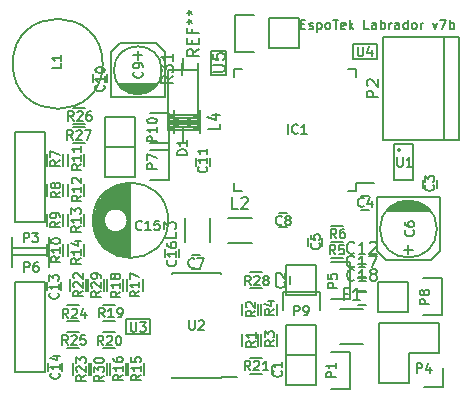
<source format=gbr>
G04 #@! TF.FileFunction,Legend,Top*
%FSLAX46Y46*%
G04 Gerber Fmt 4.6, Leading zero omitted, Abs format (unit mm)*
G04 Created by KiCad (PCBNEW 4.0.4-stable) date 10/17/16 20:17:59*
%MOMM*%
%LPD*%
G01*
G04 APERTURE LIST*
%ADD10C,0.100000*%
%ADD11C,0.200000*%
%ADD12C,0.150000*%
G04 APERTURE END LIST*
D10*
D11*
X103353407Y-95142057D02*
X103620074Y-95142057D01*
X103734360Y-95561105D02*
X103353407Y-95561105D01*
X103353407Y-94761105D01*
X103734360Y-94761105D01*
X104039122Y-95523010D02*
X104115312Y-95561105D01*
X104267693Y-95561105D01*
X104343884Y-95523010D01*
X104381979Y-95446819D01*
X104381979Y-95408724D01*
X104343884Y-95332533D01*
X104267693Y-95294438D01*
X104153408Y-95294438D01*
X104077217Y-95256343D01*
X104039122Y-95180152D01*
X104039122Y-95142057D01*
X104077217Y-95065867D01*
X104153408Y-95027771D01*
X104267693Y-95027771D01*
X104343884Y-95065867D01*
X104724836Y-95027771D02*
X104724836Y-95827771D01*
X104724836Y-95065867D02*
X104801027Y-95027771D01*
X104953408Y-95027771D01*
X105029598Y-95065867D01*
X105067693Y-95103962D01*
X105105789Y-95180152D01*
X105105789Y-95408724D01*
X105067693Y-95484914D01*
X105029598Y-95523010D01*
X104953408Y-95561105D01*
X104801027Y-95561105D01*
X104724836Y-95523010D01*
X105562932Y-95561105D02*
X105486741Y-95523010D01*
X105448646Y-95484914D01*
X105410551Y-95408724D01*
X105410551Y-95180152D01*
X105448646Y-95103962D01*
X105486741Y-95065867D01*
X105562932Y-95027771D01*
X105677218Y-95027771D01*
X105753408Y-95065867D01*
X105791503Y-95103962D01*
X105829599Y-95180152D01*
X105829599Y-95408724D01*
X105791503Y-95484914D01*
X105753408Y-95523010D01*
X105677218Y-95561105D01*
X105562932Y-95561105D01*
X106058170Y-94761105D02*
X106515313Y-94761105D01*
X106286742Y-95561105D02*
X106286742Y-94761105D01*
X107086742Y-95523010D02*
X107010552Y-95561105D01*
X106858171Y-95561105D01*
X106781980Y-95523010D01*
X106743885Y-95446819D01*
X106743885Y-95142057D01*
X106781980Y-95065867D01*
X106858171Y-95027771D01*
X107010552Y-95027771D01*
X107086742Y-95065867D01*
X107124837Y-95142057D01*
X107124837Y-95218248D01*
X106743885Y-95294438D01*
X107467694Y-95561105D02*
X107467694Y-94761105D01*
X107543885Y-95256343D02*
X107772456Y-95561105D01*
X107772456Y-95027771D02*
X107467694Y-95332533D01*
X109105790Y-95561105D02*
X108724837Y-95561105D01*
X108724837Y-94761105D01*
X109715313Y-95561105D02*
X109715313Y-95142057D01*
X109677218Y-95065867D01*
X109601028Y-95027771D01*
X109448647Y-95027771D01*
X109372456Y-95065867D01*
X109715313Y-95523010D02*
X109639123Y-95561105D01*
X109448647Y-95561105D01*
X109372456Y-95523010D01*
X109334361Y-95446819D01*
X109334361Y-95370629D01*
X109372456Y-95294438D01*
X109448647Y-95256343D01*
X109639123Y-95256343D01*
X109715313Y-95218248D01*
X110096266Y-95561105D02*
X110096266Y-94761105D01*
X110096266Y-95065867D02*
X110172457Y-95027771D01*
X110324838Y-95027771D01*
X110401028Y-95065867D01*
X110439123Y-95103962D01*
X110477219Y-95180152D01*
X110477219Y-95408724D01*
X110439123Y-95484914D01*
X110401028Y-95523010D01*
X110324838Y-95561105D01*
X110172457Y-95561105D01*
X110096266Y-95523010D01*
X110820076Y-95561105D02*
X110820076Y-95027771D01*
X110820076Y-95180152D02*
X110858171Y-95103962D01*
X110896267Y-95065867D01*
X110972457Y-95027771D01*
X111048648Y-95027771D01*
X111658171Y-95561105D02*
X111658171Y-95142057D01*
X111620076Y-95065867D01*
X111543886Y-95027771D01*
X111391505Y-95027771D01*
X111315314Y-95065867D01*
X111658171Y-95523010D02*
X111581981Y-95561105D01*
X111391505Y-95561105D01*
X111315314Y-95523010D01*
X111277219Y-95446819D01*
X111277219Y-95370629D01*
X111315314Y-95294438D01*
X111391505Y-95256343D01*
X111581981Y-95256343D01*
X111658171Y-95218248D01*
X112381981Y-95561105D02*
X112381981Y-94761105D01*
X112381981Y-95523010D02*
X112305791Y-95561105D01*
X112153410Y-95561105D01*
X112077219Y-95523010D01*
X112039124Y-95484914D01*
X112001029Y-95408724D01*
X112001029Y-95180152D01*
X112039124Y-95103962D01*
X112077219Y-95065867D01*
X112153410Y-95027771D01*
X112305791Y-95027771D01*
X112381981Y-95065867D01*
X112877220Y-95561105D02*
X112801029Y-95523010D01*
X112762934Y-95484914D01*
X112724839Y-95408724D01*
X112724839Y-95180152D01*
X112762934Y-95103962D01*
X112801029Y-95065867D01*
X112877220Y-95027771D01*
X112991506Y-95027771D01*
X113067696Y-95065867D01*
X113105791Y-95103962D01*
X113143887Y-95180152D01*
X113143887Y-95408724D01*
X113105791Y-95484914D01*
X113067696Y-95523010D01*
X112991506Y-95561105D01*
X112877220Y-95561105D01*
X113486744Y-95561105D02*
X113486744Y-95027771D01*
X113486744Y-95180152D02*
X113524839Y-95103962D01*
X113562935Y-95065867D01*
X113639125Y-95027771D01*
X113715316Y-95027771D01*
X114515316Y-95027771D02*
X114705792Y-95561105D01*
X114896268Y-95027771D01*
X115124840Y-94761105D02*
X115658173Y-94761105D01*
X115315316Y-95561105D01*
X115962935Y-95561105D02*
X115962935Y-94761105D01*
X115962935Y-95065867D02*
X116039126Y-95027771D01*
X116191507Y-95027771D01*
X116267697Y-95065867D01*
X116305792Y-95103962D01*
X116343888Y-95180152D01*
X116343888Y-95408724D01*
X116305792Y-95484914D01*
X116267697Y-95523010D01*
X116191507Y-95561105D01*
X116039126Y-95561105D01*
X115962935Y-95523010D01*
D12*
X115345000Y-124307600D02*
X115345000Y-125857600D01*
X113795000Y-125857600D02*
X115345000Y-125857600D01*
X115065000Y-123037600D02*
X112525000Y-123037600D01*
X112525000Y-123037600D02*
X112525000Y-125577600D01*
X112525000Y-125577600D02*
X109985000Y-125577600D01*
X109985000Y-125577600D02*
X109985000Y-120497600D01*
X109985000Y-120497600D02*
X115065000Y-120497600D01*
X115065000Y-120497600D02*
X115065000Y-123037600D01*
X104648000Y-120650000D02*
X104648000Y-123190000D01*
X104928000Y-117830000D02*
X104928000Y-119380000D01*
X104648000Y-120650000D02*
X102108000Y-120650000D01*
X101828000Y-119380000D02*
X101828000Y-117830000D01*
X101828000Y-117830000D02*
X104928000Y-117830000D01*
X102108000Y-120650000D02*
X102108000Y-123190000D01*
X102108000Y-123190000D02*
X104648000Y-123190000D01*
X108045000Y-109315000D02*
X108045000Y-108645000D01*
X97695000Y-109315000D02*
X97695000Y-108645000D01*
X97695000Y-98965000D02*
X97695000Y-99635000D01*
X108045000Y-98965000D02*
X108045000Y-99635000D01*
X108045000Y-109315000D02*
X107375000Y-109315000D01*
X108045000Y-98965000D02*
X107375000Y-98965000D01*
X97695000Y-98965000D02*
X98365000Y-98965000D01*
X97695000Y-109315000D02*
X98365000Y-109315000D01*
X108045000Y-108645000D02*
X109520000Y-108645000D01*
X113083800Y-110210600D02*
X111686800Y-110210600D01*
X113337800Y-110337600D02*
X111559800Y-110337600D01*
X113718800Y-110464600D02*
X111178800Y-110464600D01*
X111051800Y-110591600D02*
X113845800Y-110591600D01*
X113972800Y-110718600D02*
X110924800Y-110718600D01*
X110797800Y-110845600D02*
X114099800Y-110845600D01*
X114226800Y-110972600D02*
X110670800Y-110972600D01*
X115115800Y-109829600D02*
X115115800Y-114401600D01*
X115115800Y-114401600D02*
X114353800Y-115163600D01*
X114353800Y-115163600D02*
X110543800Y-115163600D01*
X110543800Y-115163600D02*
X109781800Y-114401600D01*
X109781800Y-114401600D02*
X109781800Y-109829600D01*
X109781800Y-109829600D02*
X115115800Y-109829600D01*
X112448800Y-114655600D02*
X112448800Y-113893600D01*
X112829800Y-114274600D02*
X112067800Y-114274600D01*
X114861800Y-112496600D02*
G75*
G03X114861800Y-112496600I-2413000J0D01*
G01*
X112436100Y-119494300D02*
X109896100Y-119494300D01*
X115256100Y-119774300D02*
X113706100Y-119774300D01*
X112436100Y-119494300D02*
X112436100Y-116954300D01*
X113706100Y-116674300D02*
X115256100Y-116674300D01*
X115256100Y-116674300D02*
X115256100Y-119774300D01*
X112436100Y-116954300D02*
X109896100Y-116954300D01*
X109896100Y-116954300D02*
X109896100Y-119494300D01*
X102123800Y-124084600D02*
X102123800Y-124784600D01*
X100923800Y-124784600D02*
X100923800Y-124084600D01*
X101203200Y-117139200D02*
X101203200Y-116439200D01*
X102403200Y-116439200D02*
X102403200Y-117139200D01*
X114903000Y-108336600D02*
X114903000Y-109036600D01*
X113703000Y-109036600D02*
X113703000Y-108336600D01*
X109138200Y-110912200D02*
X108438200Y-110912200D01*
X108438200Y-109712200D02*
X109138200Y-109712200D01*
X103921000Y-113951500D02*
X103921000Y-113251500D01*
X105121000Y-113251500D02*
X105121000Y-113951500D01*
X94838000Y-115916000D02*
X94138000Y-115916000D01*
X94138000Y-114716000D02*
X94838000Y-114716000D01*
X102204000Y-112360000D02*
X101504000Y-112360000D01*
X101504000Y-111160000D02*
X102204000Y-111160000D01*
X86960000Y-99345000D02*
X86960000Y-100045000D01*
X85760000Y-100045000D02*
X85760000Y-99345000D01*
X94459500Y-107157000D02*
X94459500Y-106457000D01*
X95659500Y-106457000D02*
X95659500Y-107157000D01*
X81823000Y-117698000D02*
X81823000Y-116998000D01*
X83023000Y-116998000D02*
X83023000Y-117698000D01*
X81950000Y-124556000D02*
X81950000Y-123856000D01*
X83150000Y-123856000D02*
X83150000Y-124556000D01*
X88845000Y-114909000D02*
X88845000Y-108611000D01*
X88705000Y-114903000D02*
X88705000Y-108617000D01*
X88565000Y-114890000D02*
X88565000Y-112206000D01*
X88565000Y-111314000D02*
X88565000Y-108630000D01*
X88425000Y-114871000D02*
X88425000Y-112416000D01*
X88425000Y-111104000D02*
X88425000Y-108649000D01*
X88285000Y-114845000D02*
X88285000Y-112549000D01*
X88285000Y-110971000D02*
X88285000Y-108675000D01*
X88145000Y-114813000D02*
X88145000Y-112640000D01*
X88145000Y-110880000D02*
X88145000Y-108707000D01*
X88005000Y-114774000D02*
X88005000Y-112702000D01*
X88005000Y-110818000D02*
X88005000Y-108746000D01*
X87865000Y-114728000D02*
X87865000Y-112741000D01*
X87865000Y-110779000D02*
X87865000Y-108792000D01*
X87725000Y-114675000D02*
X87725000Y-112758000D01*
X87725000Y-110762000D02*
X87725000Y-108845000D01*
X87585000Y-114613000D02*
X87585000Y-112756000D01*
X87585000Y-110764000D02*
X87585000Y-108907000D01*
X87445000Y-114543000D02*
X87445000Y-112734000D01*
X87445000Y-110786000D02*
X87445000Y-108977000D01*
X87305000Y-114464000D02*
X87305000Y-112691000D01*
X87305000Y-110829000D02*
X87305000Y-109056000D01*
X87165000Y-114376000D02*
X87165000Y-112623000D01*
X87165000Y-110897000D02*
X87165000Y-109144000D01*
X87025000Y-114276000D02*
X87025000Y-112524000D01*
X87025000Y-110996000D02*
X87025000Y-109244000D01*
X86885000Y-114164000D02*
X86885000Y-112379000D01*
X86885000Y-111141000D02*
X86885000Y-109356000D01*
X86745000Y-114039000D02*
X86745000Y-112140000D01*
X86745000Y-111380000D02*
X86745000Y-109481000D01*
X86605000Y-113896000D02*
X86605000Y-109624000D01*
X86465000Y-113734000D02*
X86465000Y-109786000D01*
X86325000Y-113546000D02*
X86325000Y-109974000D01*
X86185000Y-113323000D02*
X86185000Y-110197000D01*
X86045000Y-113047000D02*
X86045000Y-110473000D01*
X85905000Y-112672000D02*
X85905000Y-110848000D01*
X88670000Y-111760000D02*
G75*
G03X88670000Y-111760000I-1000000J0D01*
G01*
X92107500Y-111760000D02*
G75*
G03X92107500Y-111760000I-3187500J0D01*
G01*
X93056000Y-114204000D02*
X93056000Y-114904000D01*
X91856000Y-114904000D02*
X91856000Y-114204000D01*
X93342460Y-99060000D02*
X93342460Y-98044000D01*
X93342460Y-103886000D02*
X93342460Y-105156000D01*
X92072460Y-103632000D02*
X94612460Y-103632000D01*
X92072460Y-103378000D02*
X94612460Y-103378000D01*
X92072460Y-103124000D02*
X94612460Y-103124000D01*
X92072460Y-103886000D02*
X94612460Y-103886000D01*
X92072460Y-102870000D02*
X94612460Y-104140000D01*
X92072460Y-104140000D02*
X94612460Y-102870000D01*
X92072460Y-102870000D02*
X94612460Y-102870000D01*
X92072460Y-103505000D02*
X94612460Y-103505000D01*
X94612460Y-104140000D02*
X92072460Y-104140000D01*
X92072460Y-104140000D02*
X92072460Y-99060000D01*
X92072460Y-99060000D02*
X94612460Y-99060000D01*
X94612460Y-99060000D02*
X94612460Y-104140000D01*
X86563200Y-98513900D02*
G75*
G03X86563200Y-98513900I-3810000J0D01*
G01*
X104648000Y-125730000D02*
X102108000Y-125730000D01*
X107468000Y-126010000D02*
X105918000Y-126010000D01*
X104648000Y-125730000D02*
X104648000Y-123190000D01*
X105918000Y-122910000D02*
X107468000Y-122910000D01*
X107468000Y-122910000D02*
X107468000Y-126010000D01*
X104648000Y-123190000D02*
X102108000Y-123190000D01*
X102108000Y-123190000D02*
X102108000Y-125730000D01*
X81714800Y-111887000D02*
X81714800Y-104267000D01*
X79174800Y-111887000D02*
X79174800Y-104267000D01*
X78894800Y-114707000D02*
X78894800Y-113157000D01*
X81714800Y-104267000D02*
X79174800Y-104267000D01*
X79174800Y-111887000D02*
X81714800Y-111887000D01*
X81994800Y-113157000D02*
X81994800Y-114707000D01*
X81994800Y-114707000D02*
X78894800Y-114707000D01*
X104648000Y-118110000D02*
X102108000Y-118110000D01*
X107468000Y-118390000D02*
X105918000Y-118390000D01*
X104648000Y-118110000D02*
X104648000Y-115570000D01*
X105918000Y-115290000D02*
X107468000Y-115290000D01*
X107468000Y-115290000D02*
X107468000Y-118390000D01*
X104648000Y-115570000D02*
X102108000Y-115570000D01*
X102108000Y-115570000D02*
X102108000Y-118110000D01*
X79174800Y-116967000D02*
X79174800Y-124587000D01*
X81714800Y-116967000D02*
X81714800Y-124587000D01*
X81994800Y-114147000D02*
X81994800Y-115697000D01*
X79174800Y-124587000D02*
X81714800Y-124587000D01*
X81714800Y-116967000D02*
X79174800Y-116967000D01*
X78894800Y-115697000D02*
X78894800Y-114147000D01*
X78894800Y-114147000D02*
X81994800Y-114147000D01*
X99735000Y-121420000D02*
X99735000Y-122420000D01*
X98385000Y-122420000D02*
X98385000Y-121420000D01*
X98385000Y-119816500D02*
X98385000Y-118816500D01*
X99735000Y-118816500D02*
X99735000Y-119816500D01*
X101322500Y-121420000D02*
X101322500Y-122420000D01*
X99972500Y-122420000D02*
X99972500Y-121420000D01*
X101322500Y-118816500D02*
X101322500Y-119816500D01*
X99972500Y-119816500D02*
X99972500Y-118816500D01*
X106926000Y-114975000D02*
X105926000Y-114975000D01*
X105926000Y-113625000D02*
X106926000Y-113625000D01*
X106926000Y-113578000D02*
X105926000Y-113578000D01*
X105926000Y-112228000D02*
X106926000Y-112228000D01*
X81875000Y-107180000D02*
X81875000Y-106180000D01*
X83225000Y-106180000D02*
X83225000Y-107180000D01*
X81875000Y-109720000D02*
X81875000Y-108720000D01*
X83225000Y-108720000D02*
X83225000Y-109720000D01*
X81875000Y-112260000D02*
X81875000Y-111260000D01*
X83225000Y-111260000D02*
X83225000Y-112260000D01*
X81875000Y-114800000D02*
X81875000Y-113800000D01*
X83225000Y-113800000D02*
X83225000Y-114800000D01*
X85003000Y-106180000D02*
X85003000Y-107180000D01*
X83653000Y-107180000D02*
X83653000Y-106180000D01*
X85003000Y-108720000D02*
X85003000Y-109720000D01*
X83653000Y-109720000D02*
X83653000Y-108720000D01*
X85003000Y-111260000D02*
X85003000Y-112260000D01*
X83653000Y-112260000D02*
X83653000Y-111260000D01*
X85003000Y-113800000D02*
X85003000Y-114800000D01*
X83653000Y-114800000D02*
X83653000Y-113800000D01*
X88720300Y-124820300D02*
X88720300Y-123820300D01*
X90070300Y-123820300D02*
X90070300Y-124820300D01*
X87196300Y-124820300D02*
X87196300Y-123820300D01*
X88546300Y-123820300D02*
X88546300Y-124820300D01*
X89956000Y-116721000D02*
X89956000Y-117721000D01*
X88606000Y-117721000D02*
X88606000Y-116721000D01*
X88305000Y-116721000D02*
X88305000Y-117721000D01*
X86955000Y-117721000D02*
X86955000Y-116721000D01*
X87622000Y-120309000D02*
X86622000Y-120309000D01*
X86622000Y-118959000D02*
X87622000Y-118959000D01*
X87622000Y-122595000D02*
X86622000Y-122595000D01*
X86622000Y-121245000D02*
X87622000Y-121245000D01*
X100068000Y-124754000D02*
X99068000Y-124754000D01*
X99068000Y-123404000D02*
X100068000Y-123404000D01*
X85130000Y-116721000D02*
X85130000Y-117721000D01*
X83780000Y-117721000D02*
X83780000Y-116721000D01*
X84034000Y-124833000D02*
X84034000Y-123833000D01*
X85384000Y-123833000D02*
X85384000Y-124833000D01*
X84574000Y-120309000D02*
X83574000Y-120309000D01*
X83574000Y-118959000D02*
X84574000Y-118959000D01*
X84574000Y-122595000D02*
X83574000Y-122595000D01*
X83574000Y-121245000D02*
X84574000Y-121245000D01*
X84082000Y-102271200D02*
X85082000Y-102271200D01*
X85082000Y-103621200D02*
X84082000Y-103621200D01*
X85082000Y-105221400D02*
X84082000Y-105221400D01*
X84082000Y-103871400D02*
X85082000Y-103871400D01*
X99068000Y-116165000D02*
X100068000Y-116165000D01*
X100068000Y-117515000D02*
X99068000Y-117515000D01*
X85304000Y-117721000D02*
X85304000Y-116721000D01*
X86654000Y-116721000D02*
X86654000Y-117721000D01*
X85558000Y-124833000D02*
X85558000Y-123833000D01*
X86908000Y-123833000D02*
X86908000Y-124833000D01*
X111806221Y-105807000D02*
G75*
G03X111806221Y-105807000I-141421J0D01*
G01*
X111264800Y-108307000D02*
X112864800Y-108307000D01*
X112864800Y-108307000D02*
X112864800Y-105307000D01*
X112864800Y-105307000D02*
X111264800Y-105307000D01*
X111264800Y-105307000D02*
X111264800Y-108307000D01*
X96588400Y-125125400D02*
X96588400Y-125010400D01*
X92438400Y-125125400D02*
X92438400Y-125010400D01*
X92438400Y-116225400D02*
X92438400Y-116340400D01*
X96588400Y-116225400D02*
X96588400Y-116340400D01*
X96588400Y-125125400D02*
X92438400Y-125125400D01*
X96588400Y-116225400D02*
X92438400Y-116225400D01*
X96588400Y-125010400D02*
X97963400Y-125010400D01*
X88544400Y-121361200D02*
X90576400Y-121361200D01*
X90576400Y-121361200D02*
X90576400Y-120091200D01*
X90576400Y-120091200D02*
X88544400Y-120091200D01*
X88544400Y-120091200D02*
X88544400Y-121361200D01*
X109791500Y-96837500D02*
X107759500Y-96837500D01*
X107759500Y-96837500D02*
X107759500Y-98107500D01*
X107759500Y-98107500D02*
X109791500Y-98107500D01*
X109791500Y-98107500D02*
X109791500Y-96837500D01*
X89535000Y-97409000D02*
X89535000Y-98171000D01*
X89154000Y-97790000D02*
X89916000Y-97790000D01*
X91821000Y-97536000D02*
X91821000Y-101346000D01*
X88011000Y-96774000D02*
X91059000Y-96774000D01*
X91821000Y-97536000D02*
X91059000Y-96774000D01*
X87249000Y-97536000D02*
X87249000Y-101346000D01*
X87249000Y-97536000D02*
X88011000Y-96774000D01*
X89662000Y-101092000D02*
X89408000Y-101092000D01*
X88900000Y-100965000D02*
X90170000Y-100965000D01*
X90424000Y-100838000D02*
X88646000Y-100838000D01*
X90678000Y-100711000D02*
X88392000Y-100711000D01*
X88265000Y-100584000D02*
X90805000Y-100584000D01*
X90932000Y-100457000D02*
X88138000Y-100457000D01*
X88011000Y-100330000D02*
X91059000Y-100330000D01*
X87884000Y-100203000D02*
X91186000Y-100203000D01*
X87249000Y-101346000D02*
X91821000Y-101346000D01*
X91567000Y-99060000D02*
G75*
G03X91567000Y-99060000I-2032000J0D01*
G01*
X89334800Y-108077000D02*
X86794800Y-108077000D01*
X92154800Y-108357000D02*
X90604800Y-108357000D01*
X89334800Y-108077000D02*
X89334800Y-105537000D01*
X90604800Y-105257000D02*
X92154800Y-105257000D01*
X92154800Y-105257000D02*
X92154800Y-108357000D01*
X89334800Y-105537000D02*
X86794800Y-105537000D01*
X86794800Y-105537000D02*
X86794800Y-108077000D01*
X89334800Y-105537000D02*
X86794800Y-105537000D01*
X92154800Y-105817000D02*
X90604800Y-105817000D01*
X89334800Y-105537000D02*
X89334800Y-102997000D01*
X90604800Y-102717000D02*
X92154800Y-102717000D01*
X92154800Y-102717000D02*
X92154800Y-105817000D01*
X89334800Y-102997000D02*
X86794800Y-102997000D01*
X86794800Y-102997000D02*
X86794800Y-105537000D01*
X100609400Y-94665800D02*
X103149400Y-94665800D01*
X97789400Y-94385800D02*
X99339400Y-94385800D01*
X100609400Y-94665800D02*
X100609400Y-97205800D01*
X99339400Y-97485800D02*
X97789400Y-97485800D01*
X97789400Y-97485800D02*
X97789400Y-94385800D01*
X100609400Y-97205800D02*
X103149400Y-97205800D01*
X103149400Y-97205800D02*
X103149400Y-94665800D01*
X108146100Y-115439900D02*
X108846100Y-115439900D01*
X108846100Y-116639900D02*
X108146100Y-116639900D01*
X108146100Y-116595600D02*
X108846100Y-116595600D01*
X108846100Y-117795600D02*
X108146100Y-117795600D01*
X108158800Y-117751300D02*
X108858800Y-117751300D01*
X108858800Y-118951300D02*
X108158800Y-118951300D01*
X108632500Y-119302000D02*
X106632500Y-119302000D01*
X106632500Y-122252000D02*
X108632500Y-122252000D01*
X116720460Y-104960300D02*
X116720460Y-96260300D01*
X110315460Y-104960300D02*
X110315460Y-96260300D01*
X110315460Y-96260300D02*
X116720460Y-96260300D01*
X115490460Y-96260300D02*
X115490460Y-104960300D01*
X116720460Y-104960300D02*
X110315460Y-104960300D01*
X94655000Y-98433000D02*
X94655000Y-99433000D01*
X93305000Y-99433000D02*
X93305000Y-98433000D01*
X96964500Y-99441000D02*
X96964500Y-97409000D01*
X96964500Y-97409000D02*
X95694500Y-97409000D01*
X95694500Y-97409000D02*
X95694500Y-99441000D01*
X95694500Y-99441000D02*
X96964500Y-99441000D01*
X99171000Y-113724000D02*
X97171000Y-113724000D01*
X97171000Y-111574000D02*
X99171000Y-111574000D01*
X95667600Y-111598200D02*
X95667600Y-113598200D01*
X93517600Y-113598200D02*
X93517600Y-111598200D01*
X92628600Y-104403400D02*
X92628600Y-102403400D01*
X94778600Y-102403400D02*
X94778600Y-104403400D01*
X113168964Y-124674585D02*
X113168964Y-123874585D01*
X113473726Y-123874585D01*
X113549917Y-123912680D01*
X113588012Y-123950775D01*
X113626107Y-124026966D01*
X113626107Y-124141251D01*
X113588012Y-124217442D01*
X113549917Y-124255537D01*
X113473726Y-124293632D01*
X113168964Y-124293632D01*
X114311821Y-124141251D02*
X114311821Y-124674585D01*
X114121345Y-123836490D02*
X113930869Y-124407918D01*
X114426107Y-124407918D01*
X102777824Y-119813025D02*
X102777824Y-119013025D01*
X103082586Y-119013025D01*
X103158777Y-119051120D01*
X103196872Y-119089215D01*
X103234967Y-119165406D01*
X103234967Y-119279691D01*
X103196872Y-119355882D01*
X103158777Y-119393977D01*
X103082586Y-119432072D01*
X102777824Y-119432072D01*
X103615919Y-119813025D02*
X103768300Y-119813025D01*
X103844491Y-119774930D01*
X103882586Y-119736834D01*
X103958777Y-119622549D01*
X103996872Y-119470168D01*
X103996872Y-119165406D01*
X103958777Y-119089215D01*
X103920681Y-119051120D01*
X103844491Y-119013025D01*
X103692110Y-119013025D01*
X103615919Y-119051120D01*
X103577824Y-119089215D01*
X103539729Y-119165406D01*
X103539729Y-119355882D01*
X103577824Y-119432072D01*
X103615919Y-119470168D01*
X103692110Y-119508263D01*
X103844491Y-119508263D01*
X103920681Y-119470168D01*
X103958777Y-119432072D01*
X103996872Y-119355882D01*
X102234288Y-104438405D02*
X102234288Y-103638405D01*
X103072383Y-104362214D02*
X103034288Y-104400310D01*
X102920002Y-104438405D01*
X102843812Y-104438405D01*
X102729526Y-104400310D01*
X102653335Y-104324119D01*
X102615240Y-104247929D01*
X102577145Y-104095548D01*
X102577145Y-103981262D01*
X102615240Y-103828881D01*
X102653335Y-103752690D01*
X102729526Y-103676500D01*
X102843812Y-103638405D01*
X102920002Y-103638405D01*
X103034288Y-103676500D01*
X103072383Y-103714595D01*
X103834288Y-104438405D02*
X103377145Y-104438405D01*
X103605716Y-104438405D02*
X103605716Y-103638405D01*
X103529526Y-103752690D01*
X103453335Y-103828881D01*
X103377145Y-103866976D01*
X112864054Y-112607073D02*
X112902150Y-112645168D01*
X112940245Y-112759454D01*
X112940245Y-112835644D01*
X112902150Y-112949930D01*
X112825959Y-113026121D01*
X112749769Y-113064216D01*
X112597388Y-113102311D01*
X112483102Y-113102311D01*
X112330721Y-113064216D01*
X112254530Y-113026121D01*
X112178340Y-112949930D01*
X112140245Y-112835644D01*
X112140245Y-112759454D01*
X112178340Y-112645168D01*
X112216435Y-112607073D01*
X112140245Y-111921359D02*
X112140245Y-112073740D01*
X112178340Y-112149930D01*
X112216435Y-112188025D01*
X112330721Y-112264216D01*
X112483102Y-112302311D01*
X112787864Y-112302311D01*
X112864054Y-112264216D01*
X112902150Y-112226121D01*
X112940245Y-112149930D01*
X112940245Y-111997549D01*
X112902150Y-111921359D01*
X112864054Y-111883263D01*
X112787864Y-111845168D01*
X112597388Y-111845168D01*
X112521197Y-111883263D01*
X112483102Y-111921359D01*
X112445007Y-111997549D01*
X112445007Y-112149930D01*
X112483102Y-112226121D01*
X112521197Y-112264216D01*
X112597388Y-112302311D01*
X114212785Y-118875736D02*
X113412785Y-118875736D01*
X113412785Y-118570974D01*
X113450880Y-118494783D01*
X113488975Y-118456688D01*
X113565166Y-118418593D01*
X113679451Y-118418593D01*
X113755642Y-118456688D01*
X113793737Y-118494783D01*
X113831832Y-118570974D01*
X113831832Y-118875736D01*
X113755642Y-117961450D02*
X113717547Y-118037641D01*
X113679451Y-118075736D01*
X113603261Y-118113831D01*
X113565166Y-118113831D01*
X113488975Y-118075736D01*
X113450880Y-118037641D01*
X113412785Y-117961450D01*
X113412785Y-117809069D01*
X113450880Y-117732879D01*
X113488975Y-117694783D01*
X113565166Y-117656688D01*
X113603261Y-117656688D01*
X113679451Y-117694783D01*
X113717547Y-117732879D01*
X113755642Y-117809069D01*
X113755642Y-117961450D01*
X113793737Y-118037641D01*
X113831832Y-118075736D01*
X113908023Y-118113831D01*
X114060404Y-118113831D01*
X114136594Y-118075736D01*
X114174690Y-118037641D01*
X114212785Y-117961450D01*
X114212785Y-117809069D01*
X114174690Y-117732879D01*
X114136594Y-117694783D01*
X114060404Y-117656688D01*
X113908023Y-117656688D01*
X113831832Y-117694783D01*
X113793737Y-117732879D01*
X113755642Y-117809069D01*
X101687594Y-124516673D02*
X101725690Y-124554768D01*
X101763785Y-124669054D01*
X101763785Y-124745244D01*
X101725690Y-124859530D01*
X101649499Y-124935721D01*
X101573309Y-124973816D01*
X101420928Y-125011911D01*
X101306642Y-125011911D01*
X101154261Y-124973816D01*
X101078070Y-124935721D01*
X101001880Y-124859530D01*
X100963785Y-124745244D01*
X100963785Y-124669054D01*
X101001880Y-124554768D01*
X101039975Y-124516673D01*
X101763785Y-123754768D02*
X101763785Y-124211911D01*
X101763785Y-123983340D02*
X100963785Y-123983340D01*
X101078070Y-124059530D01*
X101154261Y-124135721D01*
X101192356Y-124211911D01*
X101923814Y-116956013D02*
X101961910Y-116994108D01*
X102000005Y-117108394D01*
X102000005Y-117184584D01*
X101961910Y-117298870D01*
X101885719Y-117375061D01*
X101809529Y-117413156D01*
X101657148Y-117451251D01*
X101542862Y-117451251D01*
X101390481Y-117413156D01*
X101314290Y-117375061D01*
X101238100Y-117298870D01*
X101200005Y-117184584D01*
X101200005Y-117108394D01*
X101238100Y-116994108D01*
X101276195Y-116956013D01*
X101276195Y-116651251D02*
X101238100Y-116613156D01*
X101200005Y-116536965D01*
X101200005Y-116346489D01*
X101238100Y-116270299D01*
X101276195Y-116232203D01*
X101352386Y-116194108D01*
X101428576Y-116194108D01*
X101542862Y-116232203D01*
X102000005Y-116689346D01*
X102000005Y-116194108D01*
X114540454Y-108769133D02*
X114578550Y-108807228D01*
X114616645Y-108921514D01*
X114616645Y-108997704D01*
X114578550Y-109111990D01*
X114502359Y-109188181D01*
X114426169Y-109226276D01*
X114273788Y-109264371D01*
X114159502Y-109264371D01*
X114007121Y-109226276D01*
X113930930Y-109188181D01*
X113854740Y-109111990D01*
X113816645Y-108997704D01*
X113816645Y-108921514D01*
X113854740Y-108807228D01*
X113892835Y-108769133D01*
X113816645Y-108502466D02*
X113816645Y-108007228D01*
X114121407Y-108273895D01*
X114121407Y-108159609D01*
X114159502Y-108083419D01*
X114197597Y-108045323D01*
X114273788Y-108007228D01*
X114464264Y-108007228D01*
X114540454Y-108045323D01*
X114578550Y-108083419D01*
X114616645Y-108159609D01*
X114616645Y-108388181D01*
X114578550Y-108464371D01*
X114540454Y-108502466D01*
X108665027Y-110554734D02*
X108626932Y-110592830D01*
X108512646Y-110630925D01*
X108436456Y-110630925D01*
X108322170Y-110592830D01*
X108245979Y-110516639D01*
X108207884Y-110440449D01*
X108169789Y-110288068D01*
X108169789Y-110173782D01*
X108207884Y-110021401D01*
X108245979Y-109945210D01*
X108322170Y-109869020D01*
X108436456Y-109830925D01*
X108512646Y-109830925D01*
X108626932Y-109869020D01*
X108665027Y-109907115D01*
X109350741Y-110097591D02*
X109350741Y-110630925D01*
X109160265Y-109792830D02*
X108969789Y-110364258D01*
X109465027Y-110364258D01*
X104893534Y-113717053D02*
X104931630Y-113755148D01*
X104969725Y-113869434D01*
X104969725Y-113945624D01*
X104931630Y-114059910D01*
X104855439Y-114136101D01*
X104779249Y-114174196D01*
X104626868Y-114212291D01*
X104512582Y-114212291D01*
X104360201Y-114174196D01*
X104284010Y-114136101D01*
X104207820Y-114059910D01*
X104169725Y-113945624D01*
X104169725Y-113869434D01*
X104207820Y-113755148D01*
X104245915Y-113717053D01*
X104169725Y-112993243D02*
X104169725Y-113374196D01*
X104550677Y-113412291D01*
X104512582Y-113374196D01*
X104474487Y-113298005D01*
X104474487Y-113107529D01*
X104512582Y-113031339D01*
X104550677Y-112993243D01*
X104626868Y-112955148D01*
X104817344Y-112955148D01*
X104893534Y-112993243D01*
X104931630Y-113031339D01*
X104969725Y-113107529D01*
X104969725Y-113298005D01*
X104931630Y-113374196D01*
X104893534Y-113412291D01*
X94324647Y-115690614D02*
X94286552Y-115728710D01*
X94172266Y-115766805D01*
X94096076Y-115766805D01*
X93981790Y-115728710D01*
X93905599Y-115652519D01*
X93867504Y-115576329D01*
X93829409Y-115423948D01*
X93829409Y-115309662D01*
X93867504Y-115157281D01*
X93905599Y-115081090D01*
X93981790Y-115004900D01*
X94096076Y-114966805D01*
X94172266Y-114966805D01*
X94286552Y-115004900D01*
X94324647Y-115042995D01*
X94591314Y-114966805D02*
X95124647Y-114966805D01*
X94781790Y-115766805D01*
X101708427Y-112099054D02*
X101670332Y-112137150D01*
X101556046Y-112175245D01*
X101479856Y-112175245D01*
X101365570Y-112137150D01*
X101289379Y-112060959D01*
X101251284Y-111984769D01*
X101213189Y-111832388D01*
X101213189Y-111718102D01*
X101251284Y-111565721D01*
X101289379Y-111489530D01*
X101365570Y-111413340D01*
X101479856Y-111375245D01*
X101556046Y-111375245D01*
X101670332Y-111413340D01*
X101708427Y-111451435D01*
X102165570Y-111718102D02*
X102089379Y-111680007D01*
X102051284Y-111641911D01*
X102013189Y-111565721D01*
X102013189Y-111527626D01*
X102051284Y-111451435D01*
X102089379Y-111413340D01*
X102165570Y-111375245D01*
X102317951Y-111375245D01*
X102394141Y-111413340D01*
X102432237Y-111451435D01*
X102470332Y-111527626D01*
X102470332Y-111565721D01*
X102432237Y-111641911D01*
X102394141Y-111680007D01*
X102317951Y-111718102D01*
X102165570Y-111718102D01*
X102089379Y-111756197D01*
X102051284Y-111794292D01*
X102013189Y-111870483D01*
X102013189Y-112022864D01*
X102051284Y-112099054D01*
X102089379Y-112137150D01*
X102165570Y-112175245D01*
X102317951Y-112175245D01*
X102394141Y-112137150D01*
X102432237Y-112099054D01*
X102470332Y-112022864D01*
X102470332Y-111870483D01*
X102432237Y-111794292D01*
X102394141Y-111756197D01*
X102317951Y-111718102D01*
X86648714Y-100323586D02*
X86686810Y-100361681D01*
X86724905Y-100475967D01*
X86724905Y-100552157D01*
X86686810Y-100666443D01*
X86610619Y-100742634D01*
X86534429Y-100780729D01*
X86382048Y-100818824D01*
X86267762Y-100818824D01*
X86115381Y-100780729D01*
X86039190Y-100742634D01*
X85963000Y-100666443D01*
X85924905Y-100552157D01*
X85924905Y-100475967D01*
X85963000Y-100361681D01*
X86001095Y-100323586D01*
X86724905Y-99561681D02*
X86724905Y-100018824D01*
X86724905Y-99790253D02*
X85924905Y-99790253D01*
X86039190Y-99866443D01*
X86115381Y-99942634D01*
X86153476Y-100018824D01*
X85924905Y-99066443D02*
X85924905Y-98990252D01*
X85963000Y-98914062D01*
X86001095Y-98875967D01*
X86077286Y-98837871D01*
X86229667Y-98799776D01*
X86420143Y-98799776D01*
X86572524Y-98837871D01*
X86648714Y-98875967D01*
X86686810Y-98914062D01*
X86724905Y-98990252D01*
X86724905Y-99066443D01*
X86686810Y-99142633D01*
X86648714Y-99180729D01*
X86572524Y-99218824D01*
X86420143Y-99256919D01*
X86229667Y-99256919D01*
X86077286Y-99218824D01*
X86001095Y-99180729D01*
X85963000Y-99142633D01*
X85924905Y-99066443D01*
X95330434Y-107209526D02*
X95368530Y-107247621D01*
X95406625Y-107361907D01*
X95406625Y-107438097D01*
X95368530Y-107552383D01*
X95292339Y-107628574D01*
X95216149Y-107666669D01*
X95063768Y-107704764D01*
X94949482Y-107704764D01*
X94797101Y-107666669D01*
X94720910Y-107628574D01*
X94644720Y-107552383D01*
X94606625Y-107438097D01*
X94606625Y-107361907D01*
X94644720Y-107247621D01*
X94682815Y-107209526D01*
X95406625Y-106447621D02*
X95406625Y-106904764D01*
X95406625Y-106676193D02*
X94606625Y-106676193D01*
X94720910Y-106752383D01*
X94797101Y-106828574D01*
X94835196Y-106904764D01*
X95406625Y-105685716D02*
X95406625Y-106142859D01*
X95406625Y-105914288D02*
X94606625Y-105914288D01*
X94720910Y-105990478D01*
X94797101Y-106066669D01*
X94835196Y-106142859D01*
X82762514Y-117915626D02*
X82800610Y-117953721D01*
X82838705Y-118068007D01*
X82838705Y-118144197D01*
X82800610Y-118258483D01*
X82724419Y-118334674D01*
X82648229Y-118372769D01*
X82495848Y-118410864D01*
X82381562Y-118410864D01*
X82229181Y-118372769D01*
X82152990Y-118334674D01*
X82076800Y-118258483D01*
X82038705Y-118144197D01*
X82038705Y-118068007D01*
X82076800Y-117953721D01*
X82114895Y-117915626D01*
X82838705Y-117153721D02*
X82838705Y-117610864D01*
X82838705Y-117382293D02*
X82038705Y-117382293D01*
X82152990Y-117458483D01*
X82229181Y-117534674D01*
X82267276Y-117610864D01*
X82038705Y-116887054D02*
X82038705Y-116391816D01*
X82343467Y-116658483D01*
X82343467Y-116544197D01*
X82381562Y-116468007D01*
X82419657Y-116429911D01*
X82495848Y-116391816D01*
X82686324Y-116391816D01*
X82762514Y-116429911D01*
X82800610Y-116468007D01*
X82838705Y-116544197D01*
X82838705Y-116772769D01*
X82800610Y-116848959D01*
X82762514Y-116887054D01*
X82856494Y-124697426D02*
X82894590Y-124735521D01*
X82932685Y-124849807D01*
X82932685Y-124925997D01*
X82894590Y-125040283D01*
X82818399Y-125116474D01*
X82742209Y-125154569D01*
X82589828Y-125192664D01*
X82475542Y-125192664D01*
X82323161Y-125154569D01*
X82246970Y-125116474D01*
X82170780Y-125040283D01*
X82132685Y-124925997D01*
X82132685Y-124849807D01*
X82170780Y-124735521D01*
X82208875Y-124697426D01*
X82932685Y-123935521D02*
X82932685Y-124392664D01*
X82932685Y-124164093D02*
X82132685Y-124164093D01*
X82246970Y-124240283D01*
X82323161Y-124316474D01*
X82361256Y-124392664D01*
X82399351Y-123249807D02*
X82932685Y-123249807D01*
X82094590Y-123440283D02*
X82666018Y-123630759D01*
X82666018Y-123135521D01*
X89882234Y-112520694D02*
X89844139Y-112558790D01*
X89729853Y-112596885D01*
X89653663Y-112596885D01*
X89539377Y-112558790D01*
X89463186Y-112482599D01*
X89425091Y-112406409D01*
X89386996Y-112254028D01*
X89386996Y-112139742D01*
X89425091Y-111987361D01*
X89463186Y-111911170D01*
X89539377Y-111834980D01*
X89653663Y-111796885D01*
X89729853Y-111796885D01*
X89844139Y-111834980D01*
X89882234Y-111873075D01*
X90644139Y-112596885D02*
X90186996Y-112596885D01*
X90415567Y-112596885D02*
X90415567Y-111796885D01*
X90339377Y-111911170D01*
X90263186Y-111987361D01*
X90186996Y-112025456D01*
X91367949Y-111796885D02*
X90986996Y-111796885D01*
X90948901Y-112177837D01*
X90986996Y-112139742D01*
X91063187Y-112101647D01*
X91253663Y-112101647D01*
X91329853Y-112139742D01*
X91367949Y-112177837D01*
X91406044Y-112254028D01*
X91406044Y-112444504D01*
X91367949Y-112520694D01*
X91329853Y-112558790D01*
X91253663Y-112596885D01*
X91063187Y-112596885D01*
X90986996Y-112558790D01*
X90948901Y-112520694D01*
X92732014Y-115149566D02*
X92770110Y-115187661D01*
X92808205Y-115301947D01*
X92808205Y-115378137D01*
X92770110Y-115492423D01*
X92693919Y-115568614D01*
X92617729Y-115606709D01*
X92465348Y-115644804D01*
X92351062Y-115644804D01*
X92198681Y-115606709D01*
X92122490Y-115568614D01*
X92046300Y-115492423D01*
X92008205Y-115378137D01*
X92008205Y-115301947D01*
X92046300Y-115187661D01*
X92084395Y-115149566D01*
X92808205Y-114387661D02*
X92808205Y-114844804D01*
X92808205Y-114616233D02*
X92008205Y-114616233D01*
X92122490Y-114692423D01*
X92198681Y-114768614D01*
X92236776Y-114844804D01*
X92008205Y-113701947D02*
X92008205Y-113854328D01*
X92046300Y-113930518D01*
X92084395Y-113968613D01*
X92198681Y-114044804D01*
X92351062Y-114082899D01*
X92655824Y-114082899D01*
X92732014Y-114044804D01*
X92770110Y-114006709D01*
X92808205Y-113930518D01*
X92808205Y-113778137D01*
X92770110Y-113701947D01*
X92732014Y-113663851D01*
X92655824Y-113625756D01*
X92465348Y-113625756D01*
X92389157Y-113663851D01*
X92351062Y-113701947D01*
X92312967Y-113778137D01*
X92312967Y-113930518D01*
X92351062Y-114006709D01*
X92389157Y-114044804D01*
X92465348Y-114082899D01*
X93694665Y-106216376D02*
X92894665Y-106216376D01*
X92894665Y-106025900D01*
X92932760Y-105911614D01*
X93008950Y-105835423D01*
X93085141Y-105797328D01*
X93237522Y-105759233D01*
X93351808Y-105759233D01*
X93504189Y-105797328D01*
X93580379Y-105835423D01*
X93656570Y-105911614D01*
X93694665Y-106025900D01*
X93694665Y-106216376D01*
X93694665Y-104997328D02*
X93694665Y-105454471D01*
X93694665Y-105225900D02*
X92894665Y-105225900D01*
X93008950Y-105302090D01*
X93085141Y-105378281D01*
X93123236Y-105454471D01*
X83069385Y-98479593D02*
X83069385Y-98860546D01*
X82269385Y-98860546D01*
X83069385Y-97793879D02*
X83069385Y-98251022D01*
X83069385Y-98022451D02*
X82269385Y-98022451D01*
X82383670Y-98098641D01*
X82459861Y-98174832D01*
X82497956Y-98251022D01*
X106298145Y-125047936D02*
X105498145Y-125047936D01*
X105498145Y-124743174D01*
X105536240Y-124666983D01*
X105574335Y-124628888D01*
X105650526Y-124590793D01*
X105764811Y-124590793D01*
X105841002Y-124628888D01*
X105879097Y-124666983D01*
X105917192Y-124743174D01*
X105917192Y-125047936D01*
X106298145Y-123828888D02*
X106298145Y-124286031D01*
X106298145Y-124057460D02*
X105498145Y-124057460D01*
X105612430Y-124133650D01*
X105688621Y-124209841D01*
X105726716Y-124286031D01*
X79887344Y-113600185D02*
X79887344Y-112800185D01*
X80192106Y-112800185D01*
X80268297Y-112838280D01*
X80306392Y-112876375D01*
X80344487Y-112952566D01*
X80344487Y-113066851D01*
X80306392Y-113143042D01*
X80268297Y-113181137D01*
X80192106Y-113219232D01*
X79887344Y-113219232D01*
X80611154Y-112800185D02*
X81106392Y-112800185D01*
X80839725Y-113104947D01*
X80954011Y-113104947D01*
X81030201Y-113143042D01*
X81068297Y-113181137D01*
X81106392Y-113257328D01*
X81106392Y-113447804D01*
X81068297Y-113523994D01*
X81030201Y-113562090D01*
X80954011Y-113600185D01*
X80725439Y-113600185D01*
X80649249Y-113562090D01*
X80611154Y-113523994D01*
X106422605Y-117491436D02*
X105622605Y-117491436D01*
X105622605Y-117186674D01*
X105660700Y-117110483D01*
X105698795Y-117072388D01*
X105774986Y-117034293D01*
X105889271Y-117034293D01*
X105965462Y-117072388D01*
X106003557Y-117110483D01*
X106041652Y-117186674D01*
X106041652Y-117491436D01*
X105622605Y-116310483D02*
X105622605Y-116691436D01*
X106003557Y-116729531D01*
X105965462Y-116691436D01*
X105927367Y-116615245D01*
X105927367Y-116424769D01*
X105965462Y-116348579D01*
X106003557Y-116310483D01*
X106079748Y-116272388D01*
X106270224Y-116272388D01*
X106346414Y-116310483D01*
X106384510Y-116348579D01*
X106422605Y-116424769D01*
X106422605Y-116615245D01*
X106384510Y-116691436D01*
X106346414Y-116729531D01*
X79925444Y-116107165D02*
X79925444Y-115307165D01*
X80230206Y-115307165D01*
X80306397Y-115345260D01*
X80344492Y-115383355D01*
X80382587Y-115459546D01*
X80382587Y-115573831D01*
X80344492Y-115650022D01*
X80306397Y-115688117D01*
X80230206Y-115726212D01*
X79925444Y-115726212D01*
X81068301Y-115307165D02*
X80915920Y-115307165D01*
X80839730Y-115345260D01*
X80801635Y-115383355D01*
X80725444Y-115497641D01*
X80687349Y-115650022D01*
X80687349Y-115954784D01*
X80725444Y-116030974D01*
X80763539Y-116069070D01*
X80839730Y-116107165D01*
X80992111Y-116107165D01*
X81068301Y-116069070D01*
X81106397Y-116030974D01*
X81144492Y-115954784D01*
X81144492Y-115764308D01*
X81106397Y-115688117D01*
X81068301Y-115650022D01*
X80992111Y-115611927D01*
X80839730Y-115611927D01*
X80763539Y-115650022D01*
X80725444Y-115688117D01*
X80687349Y-115764308D01*
X99506185Y-122007613D02*
X99125232Y-122274280D01*
X99506185Y-122464756D02*
X98706185Y-122464756D01*
X98706185Y-122159994D01*
X98744280Y-122083803D01*
X98782375Y-122045708D01*
X98858566Y-122007613D01*
X98972851Y-122007613D01*
X99049042Y-122045708D01*
X99087137Y-122083803D01*
X99125232Y-122159994D01*
X99125232Y-122464756D01*
X99506185Y-121245708D02*
X99506185Y-121702851D01*
X99506185Y-121474280D02*
X98706185Y-121474280D01*
X98820470Y-121550470D01*
X98896661Y-121626661D01*
X98934756Y-121702851D01*
X99498565Y-119416813D02*
X99117612Y-119683480D01*
X99498565Y-119873956D02*
X98698565Y-119873956D01*
X98698565Y-119569194D01*
X98736660Y-119493003D01*
X98774755Y-119454908D01*
X98850946Y-119416813D01*
X98965231Y-119416813D01*
X99041422Y-119454908D01*
X99079517Y-119493003D01*
X99117612Y-119569194D01*
X99117612Y-119873956D01*
X98774755Y-119112051D02*
X98736660Y-119073956D01*
X98698565Y-118997765D01*
X98698565Y-118807289D01*
X98736660Y-118731099D01*
X98774755Y-118693003D01*
X98850946Y-118654908D01*
X98927136Y-118654908D01*
X99041422Y-118693003D01*
X99498565Y-119150146D01*
X99498565Y-118654908D01*
X101091145Y-121923793D02*
X100710192Y-122190460D01*
X101091145Y-122380936D02*
X100291145Y-122380936D01*
X100291145Y-122076174D01*
X100329240Y-121999983D01*
X100367335Y-121961888D01*
X100443526Y-121923793D01*
X100557811Y-121923793D01*
X100634002Y-121961888D01*
X100672097Y-121999983D01*
X100710192Y-122076174D01*
X100710192Y-122380936D01*
X100291145Y-121657126D02*
X100291145Y-121161888D01*
X100595907Y-121428555D01*
X100595907Y-121314269D01*
X100634002Y-121238079D01*
X100672097Y-121199983D01*
X100748288Y-121161888D01*
X100938764Y-121161888D01*
X101014954Y-121199983D01*
X101053050Y-121238079D01*
X101091145Y-121314269D01*
X101091145Y-121542841D01*
X101053050Y-121619031D01*
X101014954Y-121657126D01*
X101068285Y-119310133D02*
X100687332Y-119576800D01*
X101068285Y-119767276D02*
X100268285Y-119767276D01*
X100268285Y-119462514D01*
X100306380Y-119386323D01*
X100344475Y-119348228D01*
X100420666Y-119310133D01*
X100534951Y-119310133D01*
X100611142Y-119348228D01*
X100649237Y-119386323D01*
X100687332Y-119462514D01*
X100687332Y-119767276D01*
X100534951Y-118624419D02*
X101068285Y-118624419D01*
X100230190Y-118814895D02*
X100801618Y-119005371D01*
X100801618Y-118510133D01*
X106232167Y-114654285D02*
X105965500Y-114273332D01*
X105775024Y-114654285D02*
X105775024Y-113854285D01*
X106079786Y-113854285D01*
X106155977Y-113892380D01*
X106194072Y-113930475D01*
X106232167Y-114006666D01*
X106232167Y-114120951D01*
X106194072Y-114197142D01*
X106155977Y-114235237D01*
X106079786Y-114273332D01*
X105775024Y-114273332D01*
X106955977Y-113854285D02*
X106575024Y-113854285D01*
X106536929Y-114235237D01*
X106575024Y-114197142D01*
X106651215Y-114159047D01*
X106841691Y-114159047D01*
X106917881Y-114197142D01*
X106955977Y-114235237D01*
X106994072Y-114311428D01*
X106994072Y-114501904D01*
X106955977Y-114578094D01*
X106917881Y-114616190D01*
X106841691Y-114654285D01*
X106651215Y-114654285D01*
X106575024Y-114616190D01*
X106536929Y-114578094D01*
X106346467Y-113280145D02*
X106079800Y-112899192D01*
X105889324Y-113280145D02*
X105889324Y-112480145D01*
X106194086Y-112480145D01*
X106270277Y-112518240D01*
X106308372Y-112556335D01*
X106346467Y-112632526D01*
X106346467Y-112746811D01*
X106308372Y-112823002D01*
X106270277Y-112861097D01*
X106194086Y-112899192D01*
X105889324Y-112899192D01*
X107032181Y-112480145D02*
X106879800Y-112480145D01*
X106803610Y-112518240D01*
X106765515Y-112556335D01*
X106689324Y-112670621D01*
X106651229Y-112823002D01*
X106651229Y-113127764D01*
X106689324Y-113203954D01*
X106727419Y-113242050D01*
X106803610Y-113280145D01*
X106955991Y-113280145D01*
X107032181Y-113242050D01*
X107070277Y-113203954D01*
X107108372Y-113127764D01*
X107108372Y-112937288D01*
X107070277Y-112861097D01*
X107032181Y-112823002D01*
X106955991Y-112784907D01*
X106803610Y-112784907D01*
X106727419Y-112823002D01*
X106689324Y-112861097D01*
X106651229Y-112937288D01*
X82937765Y-106691413D02*
X82556812Y-106958080D01*
X82937765Y-107148556D02*
X82137765Y-107148556D01*
X82137765Y-106843794D01*
X82175860Y-106767603D01*
X82213955Y-106729508D01*
X82290146Y-106691413D01*
X82404431Y-106691413D01*
X82480622Y-106729508D01*
X82518717Y-106767603D01*
X82556812Y-106843794D01*
X82556812Y-107148556D01*
X82137765Y-106424746D02*
X82137765Y-105891413D01*
X82937765Y-106234270D01*
X82983485Y-109358413D02*
X82602532Y-109625080D01*
X82983485Y-109815556D02*
X82183485Y-109815556D01*
X82183485Y-109510794D01*
X82221580Y-109434603D01*
X82259675Y-109396508D01*
X82335866Y-109358413D01*
X82450151Y-109358413D01*
X82526342Y-109396508D01*
X82564437Y-109434603D01*
X82602532Y-109510794D01*
X82602532Y-109815556D01*
X82526342Y-108901270D02*
X82488247Y-108977461D01*
X82450151Y-109015556D01*
X82373961Y-109053651D01*
X82335866Y-109053651D01*
X82259675Y-109015556D01*
X82221580Y-108977461D01*
X82183485Y-108901270D01*
X82183485Y-108748889D01*
X82221580Y-108672699D01*
X82259675Y-108634603D01*
X82335866Y-108596508D01*
X82373961Y-108596508D01*
X82450151Y-108634603D01*
X82488247Y-108672699D01*
X82526342Y-108748889D01*
X82526342Y-108901270D01*
X82564437Y-108977461D01*
X82602532Y-109015556D01*
X82678723Y-109053651D01*
X82831104Y-109053651D01*
X82907294Y-109015556D01*
X82945390Y-108977461D01*
X82983485Y-108901270D01*
X82983485Y-108748889D01*
X82945390Y-108672699D01*
X82907294Y-108634603D01*
X82831104Y-108596508D01*
X82678723Y-108596508D01*
X82602532Y-108634603D01*
X82564437Y-108672699D01*
X82526342Y-108748889D01*
X82935225Y-111898413D02*
X82554272Y-112165080D01*
X82935225Y-112355556D02*
X82135225Y-112355556D01*
X82135225Y-112050794D01*
X82173320Y-111974603D01*
X82211415Y-111936508D01*
X82287606Y-111898413D01*
X82401891Y-111898413D01*
X82478082Y-111936508D01*
X82516177Y-111974603D01*
X82554272Y-112050794D01*
X82554272Y-112355556D01*
X82935225Y-111517461D02*
X82935225Y-111365080D01*
X82897130Y-111288889D01*
X82859034Y-111250794D01*
X82744749Y-111174603D01*
X82592368Y-111136508D01*
X82287606Y-111136508D01*
X82211415Y-111174603D01*
X82173320Y-111212699D01*
X82135225Y-111288889D01*
X82135225Y-111441270D01*
X82173320Y-111517461D01*
X82211415Y-111555556D01*
X82287606Y-111593651D01*
X82478082Y-111593651D01*
X82554272Y-111555556D01*
X82592368Y-111517461D01*
X82630463Y-111441270D01*
X82630463Y-111288889D01*
X82592368Y-111212699D01*
X82554272Y-111174603D01*
X82478082Y-111136508D01*
X82980945Y-114824446D02*
X82599992Y-115091113D01*
X82980945Y-115281589D02*
X82180945Y-115281589D01*
X82180945Y-114976827D01*
X82219040Y-114900636D01*
X82257135Y-114862541D01*
X82333326Y-114824446D01*
X82447611Y-114824446D01*
X82523802Y-114862541D01*
X82561897Y-114900636D01*
X82599992Y-114976827D01*
X82599992Y-115281589D01*
X82980945Y-114062541D02*
X82980945Y-114519684D01*
X82980945Y-114291113D02*
X82180945Y-114291113D01*
X82295230Y-114367303D01*
X82371421Y-114443494D01*
X82409516Y-114519684D01*
X82180945Y-113567303D02*
X82180945Y-113491112D01*
X82219040Y-113414922D01*
X82257135Y-113376827D01*
X82333326Y-113338731D01*
X82485707Y-113300636D01*
X82676183Y-113300636D01*
X82828564Y-113338731D01*
X82904754Y-113376827D01*
X82942850Y-113414922D01*
X82980945Y-113491112D01*
X82980945Y-113567303D01*
X82942850Y-113643493D01*
X82904754Y-113681589D01*
X82828564Y-113719684D01*
X82676183Y-113757779D01*
X82485707Y-113757779D01*
X82333326Y-113719684D01*
X82257135Y-113681589D01*
X82219040Y-113643493D01*
X82180945Y-113567303D01*
X84736085Y-107024106D02*
X84355132Y-107290773D01*
X84736085Y-107481249D02*
X83936085Y-107481249D01*
X83936085Y-107176487D01*
X83974180Y-107100296D01*
X84012275Y-107062201D01*
X84088466Y-107024106D01*
X84202751Y-107024106D01*
X84278942Y-107062201D01*
X84317037Y-107100296D01*
X84355132Y-107176487D01*
X84355132Y-107481249D01*
X84736085Y-106262201D02*
X84736085Y-106719344D01*
X84736085Y-106490773D02*
X83936085Y-106490773D01*
X84050370Y-106566963D01*
X84126561Y-106643154D01*
X84164656Y-106719344D01*
X84736085Y-105500296D02*
X84736085Y-105957439D01*
X84736085Y-105728868D02*
X83936085Y-105728868D01*
X84050370Y-105805058D01*
X84126561Y-105881249D01*
X84164656Y-105957439D01*
X84736085Y-109668246D02*
X84355132Y-109934913D01*
X84736085Y-110125389D02*
X83936085Y-110125389D01*
X83936085Y-109820627D01*
X83974180Y-109744436D01*
X84012275Y-109706341D01*
X84088466Y-109668246D01*
X84202751Y-109668246D01*
X84278942Y-109706341D01*
X84317037Y-109744436D01*
X84355132Y-109820627D01*
X84355132Y-110125389D01*
X84736085Y-108906341D02*
X84736085Y-109363484D01*
X84736085Y-109134913D02*
X83936085Y-109134913D01*
X84050370Y-109211103D01*
X84126561Y-109287294D01*
X84164656Y-109363484D01*
X84012275Y-108601579D02*
X83974180Y-108563484D01*
X83936085Y-108487293D01*
X83936085Y-108296817D01*
X83974180Y-108220627D01*
X84012275Y-108182531D01*
X84088466Y-108144436D01*
X84164656Y-108144436D01*
X84278942Y-108182531D01*
X84736085Y-108639674D01*
X84736085Y-108144436D01*
X84690365Y-112256506D02*
X84309412Y-112523173D01*
X84690365Y-112713649D02*
X83890365Y-112713649D01*
X83890365Y-112408887D01*
X83928460Y-112332696D01*
X83966555Y-112294601D01*
X84042746Y-112256506D01*
X84157031Y-112256506D01*
X84233222Y-112294601D01*
X84271317Y-112332696D01*
X84309412Y-112408887D01*
X84309412Y-112713649D01*
X84690365Y-111494601D02*
X84690365Y-111951744D01*
X84690365Y-111723173D02*
X83890365Y-111723173D01*
X84004650Y-111799363D01*
X84080841Y-111875554D01*
X84118936Y-111951744D01*
X83890365Y-111227934D02*
X83890365Y-110732696D01*
X84195127Y-110999363D01*
X84195127Y-110885077D01*
X84233222Y-110808887D01*
X84271317Y-110770791D01*
X84347508Y-110732696D01*
X84537984Y-110732696D01*
X84614174Y-110770791D01*
X84652270Y-110808887D01*
X84690365Y-110885077D01*
X84690365Y-111113649D01*
X84652270Y-111189839D01*
X84614174Y-111227934D01*
X84715765Y-114979386D02*
X84334812Y-115246053D01*
X84715765Y-115436529D02*
X83915765Y-115436529D01*
X83915765Y-115131767D01*
X83953860Y-115055576D01*
X83991955Y-115017481D01*
X84068146Y-114979386D01*
X84182431Y-114979386D01*
X84258622Y-115017481D01*
X84296717Y-115055576D01*
X84334812Y-115131767D01*
X84334812Y-115436529D01*
X84715765Y-114217481D02*
X84715765Y-114674624D01*
X84715765Y-114446053D02*
X83915765Y-114446053D01*
X84030050Y-114522243D01*
X84106241Y-114598434D01*
X84144336Y-114674624D01*
X84182431Y-113531767D02*
X84715765Y-113531767D01*
X83877670Y-113722243D02*
X84449098Y-113912719D01*
X84449098Y-113417481D01*
X89800845Y-124826966D02*
X89419892Y-125093633D01*
X89800845Y-125284109D02*
X89000845Y-125284109D01*
X89000845Y-124979347D01*
X89038940Y-124903156D01*
X89077035Y-124865061D01*
X89153226Y-124826966D01*
X89267511Y-124826966D01*
X89343702Y-124865061D01*
X89381797Y-124903156D01*
X89419892Y-124979347D01*
X89419892Y-125284109D01*
X89800845Y-124065061D02*
X89800845Y-124522204D01*
X89800845Y-124293633D02*
X89000845Y-124293633D01*
X89115130Y-124369823D01*
X89191321Y-124446014D01*
X89229416Y-124522204D01*
X89000845Y-123341251D02*
X89000845Y-123722204D01*
X89381797Y-123760299D01*
X89343702Y-123722204D01*
X89305607Y-123646013D01*
X89305607Y-123455537D01*
X89343702Y-123379347D01*
X89381797Y-123341251D01*
X89457988Y-123303156D01*
X89648464Y-123303156D01*
X89724654Y-123341251D01*
X89762750Y-123379347D01*
X89800845Y-123455537D01*
X89800845Y-123646013D01*
X89762750Y-123722204D01*
X89724654Y-123760299D01*
X88271765Y-124826966D02*
X87890812Y-125093633D01*
X88271765Y-125284109D02*
X87471765Y-125284109D01*
X87471765Y-124979347D01*
X87509860Y-124903156D01*
X87547955Y-124865061D01*
X87624146Y-124826966D01*
X87738431Y-124826966D01*
X87814622Y-124865061D01*
X87852717Y-124903156D01*
X87890812Y-124979347D01*
X87890812Y-125284109D01*
X88271765Y-124065061D02*
X88271765Y-124522204D01*
X88271765Y-124293633D02*
X87471765Y-124293633D01*
X87586050Y-124369823D01*
X87662241Y-124446014D01*
X87700336Y-124522204D01*
X87471765Y-123379347D02*
X87471765Y-123531728D01*
X87509860Y-123607918D01*
X87547955Y-123646013D01*
X87662241Y-123722204D01*
X87814622Y-123760299D01*
X88119384Y-123760299D01*
X88195574Y-123722204D01*
X88233670Y-123684109D01*
X88271765Y-123607918D01*
X88271765Y-123455537D01*
X88233670Y-123379347D01*
X88195574Y-123341251D01*
X88119384Y-123303156D01*
X87928908Y-123303156D01*
X87852717Y-123341251D01*
X87814622Y-123379347D01*
X87776527Y-123455537D01*
X87776527Y-123607918D01*
X87814622Y-123684109D01*
X87852717Y-123722204D01*
X87928908Y-123760299D01*
X89671305Y-117753066D02*
X89290352Y-118019733D01*
X89671305Y-118210209D02*
X88871305Y-118210209D01*
X88871305Y-117905447D01*
X88909400Y-117829256D01*
X88947495Y-117791161D01*
X89023686Y-117753066D01*
X89137971Y-117753066D01*
X89214162Y-117791161D01*
X89252257Y-117829256D01*
X89290352Y-117905447D01*
X89290352Y-118210209D01*
X89671305Y-116991161D02*
X89671305Y-117448304D01*
X89671305Y-117219733D02*
X88871305Y-117219733D01*
X88985590Y-117295923D01*
X89061781Y-117372114D01*
X89099876Y-117448304D01*
X88871305Y-116724494D02*
X88871305Y-116191161D01*
X89671305Y-116534018D01*
X88030465Y-117793706D02*
X87649512Y-118060373D01*
X88030465Y-118250849D02*
X87230465Y-118250849D01*
X87230465Y-117946087D01*
X87268560Y-117869896D01*
X87306655Y-117831801D01*
X87382846Y-117793706D01*
X87497131Y-117793706D01*
X87573322Y-117831801D01*
X87611417Y-117869896D01*
X87649512Y-117946087D01*
X87649512Y-118250849D01*
X88030465Y-117031801D02*
X88030465Y-117488944D01*
X88030465Y-117260373D02*
X87230465Y-117260373D01*
X87344750Y-117336563D01*
X87420941Y-117412754D01*
X87459036Y-117488944D01*
X87573322Y-116574658D02*
X87535227Y-116650849D01*
X87497131Y-116688944D01*
X87420941Y-116727039D01*
X87382846Y-116727039D01*
X87306655Y-116688944D01*
X87268560Y-116650849D01*
X87230465Y-116574658D01*
X87230465Y-116422277D01*
X87268560Y-116346087D01*
X87306655Y-116307991D01*
X87382846Y-116269896D01*
X87420941Y-116269896D01*
X87497131Y-116307991D01*
X87535227Y-116346087D01*
X87573322Y-116422277D01*
X87573322Y-116574658D01*
X87611417Y-116650849D01*
X87649512Y-116688944D01*
X87725703Y-116727039D01*
X87878084Y-116727039D01*
X87954274Y-116688944D01*
X87992370Y-116650849D01*
X88030465Y-116574658D01*
X88030465Y-116422277D01*
X87992370Y-116346087D01*
X87954274Y-116307991D01*
X87878084Y-116269896D01*
X87725703Y-116269896D01*
X87649512Y-116307991D01*
X87611417Y-116346087D01*
X87573322Y-116422277D01*
X86727554Y-119980665D02*
X86460887Y-119599712D01*
X86270411Y-119980665D02*
X86270411Y-119180665D01*
X86575173Y-119180665D01*
X86651364Y-119218760D01*
X86689459Y-119256855D01*
X86727554Y-119333046D01*
X86727554Y-119447331D01*
X86689459Y-119523522D01*
X86651364Y-119561617D01*
X86575173Y-119599712D01*
X86270411Y-119599712D01*
X87489459Y-119980665D02*
X87032316Y-119980665D01*
X87260887Y-119980665D02*
X87260887Y-119180665D01*
X87184697Y-119294950D01*
X87108506Y-119371141D01*
X87032316Y-119409236D01*
X87870411Y-119980665D02*
X88022792Y-119980665D01*
X88098983Y-119942570D01*
X88137078Y-119904474D01*
X88213269Y-119790189D01*
X88251364Y-119637808D01*
X88251364Y-119333046D01*
X88213269Y-119256855D01*
X88175173Y-119218760D01*
X88098983Y-119180665D01*
X87946602Y-119180665D01*
X87870411Y-119218760D01*
X87832316Y-119256855D01*
X87794221Y-119333046D01*
X87794221Y-119523522D01*
X87832316Y-119599712D01*
X87870411Y-119637808D01*
X87946602Y-119675903D01*
X88098983Y-119675903D01*
X88175173Y-119637808D01*
X88213269Y-119599712D01*
X88251364Y-119523522D01*
X86615794Y-122342865D02*
X86349127Y-121961912D01*
X86158651Y-122342865D02*
X86158651Y-121542865D01*
X86463413Y-121542865D01*
X86539604Y-121580960D01*
X86577699Y-121619055D01*
X86615794Y-121695246D01*
X86615794Y-121809531D01*
X86577699Y-121885722D01*
X86539604Y-121923817D01*
X86463413Y-121961912D01*
X86158651Y-121961912D01*
X86920556Y-121619055D02*
X86958651Y-121580960D01*
X87034842Y-121542865D01*
X87225318Y-121542865D01*
X87301508Y-121580960D01*
X87339604Y-121619055D01*
X87377699Y-121695246D01*
X87377699Y-121771436D01*
X87339604Y-121885722D01*
X86882461Y-122342865D01*
X87377699Y-122342865D01*
X87872937Y-121542865D02*
X87949128Y-121542865D01*
X88025318Y-121580960D01*
X88063413Y-121619055D01*
X88101509Y-121695246D01*
X88139604Y-121847627D01*
X88139604Y-122038103D01*
X88101509Y-122190484D01*
X88063413Y-122266674D01*
X88025318Y-122304770D01*
X87949128Y-122342865D01*
X87872937Y-122342865D01*
X87796747Y-122304770D01*
X87758651Y-122266674D01*
X87720556Y-122190484D01*
X87682461Y-122038103D01*
X87682461Y-121847627D01*
X87720556Y-121695246D01*
X87758651Y-121619055D01*
X87796747Y-121580960D01*
X87872937Y-121542865D01*
X99056714Y-124476465D02*
X98790047Y-124095512D01*
X98599571Y-124476465D02*
X98599571Y-123676465D01*
X98904333Y-123676465D01*
X98980524Y-123714560D01*
X99018619Y-123752655D01*
X99056714Y-123828846D01*
X99056714Y-123943131D01*
X99018619Y-124019322D01*
X98980524Y-124057417D01*
X98904333Y-124095512D01*
X98599571Y-124095512D01*
X99361476Y-123752655D02*
X99399571Y-123714560D01*
X99475762Y-123676465D01*
X99666238Y-123676465D01*
X99742428Y-123714560D01*
X99780524Y-123752655D01*
X99818619Y-123828846D01*
X99818619Y-123905036D01*
X99780524Y-124019322D01*
X99323381Y-124476465D01*
X99818619Y-124476465D01*
X100580524Y-124476465D02*
X100123381Y-124476465D01*
X100351952Y-124476465D02*
X100351952Y-123676465D01*
X100275762Y-123790750D01*
X100199571Y-123866941D01*
X100123381Y-123905036D01*
X84855465Y-117730206D02*
X84474512Y-117996873D01*
X84855465Y-118187349D02*
X84055465Y-118187349D01*
X84055465Y-117882587D01*
X84093560Y-117806396D01*
X84131655Y-117768301D01*
X84207846Y-117730206D01*
X84322131Y-117730206D01*
X84398322Y-117768301D01*
X84436417Y-117806396D01*
X84474512Y-117882587D01*
X84474512Y-118187349D01*
X84131655Y-117425444D02*
X84093560Y-117387349D01*
X84055465Y-117311158D01*
X84055465Y-117120682D01*
X84093560Y-117044492D01*
X84131655Y-117006396D01*
X84207846Y-116968301D01*
X84284036Y-116968301D01*
X84398322Y-117006396D01*
X84855465Y-117463539D01*
X84855465Y-116968301D01*
X84131655Y-116663539D02*
X84093560Y-116625444D01*
X84055465Y-116549253D01*
X84055465Y-116358777D01*
X84093560Y-116282587D01*
X84131655Y-116244491D01*
X84207846Y-116206396D01*
X84284036Y-116206396D01*
X84398322Y-116244491D01*
X84855465Y-116701634D01*
X84855465Y-116206396D01*
X85112005Y-124887926D02*
X84731052Y-125154593D01*
X85112005Y-125345069D02*
X84312005Y-125345069D01*
X84312005Y-125040307D01*
X84350100Y-124964116D01*
X84388195Y-124926021D01*
X84464386Y-124887926D01*
X84578671Y-124887926D01*
X84654862Y-124926021D01*
X84692957Y-124964116D01*
X84731052Y-125040307D01*
X84731052Y-125345069D01*
X84388195Y-124583164D02*
X84350100Y-124545069D01*
X84312005Y-124468878D01*
X84312005Y-124278402D01*
X84350100Y-124202212D01*
X84388195Y-124164116D01*
X84464386Y-124126021D01*
X84540576Y-124126021D01*
X84654862Y-124164116D01*
X85112005Y-124621259D01*
X85112005Y-124126021D01*
X84312005Y-123859354D02*
X84312005Y-123364116D01*
X84616767Y-123630783D01*
X84616767Y-123516497D01*
X84654862Y-123440307D01*
X84692957Y-123402211D01*
X84769148Y-123364116D01*
X84959624Y-123364116D01*
X85035814Y-123402211D01*
X85073910Y-123440307D01*
X85112005Y-123516497D01*
X85112005Y-123745069D01*
X85073910Y-123821259D01*
X85035814Y-123859354D01*
X83636374Y-120036545D02*
X83369707Y-119655592D01*
X83179231Y-120036545D02*
X83179231Y-119236545D01*
X83483993Y-119236545D01*
X83560184Y-119274640D01*
X83598279Y-119312735D01*
X83636374Y-119388926D01*
X83636374Y-119503211D01*
X83598279Y-119579402D01*
X83560184Y-119617497D01*
X83483993Y-119655592D01*
X83179231Y-119655592D01*
X83941136Y-119312735D02*
X83979231Y-119274640D01*
X84055422Y-119236545D01*
X84245898Y-119236545D01*
X84322088Y-119274640D01*
X84360184Y-119312735D01*
X84398279Y-119388926D01*
X84398279Y-119465116D01*
X84360184Y-119579402D01*
X83903041Y-120036545D01*
X84398279Y-120036545D01*
X85083993Y-119503211D02*
X85083993Y-120036545D01*
X84893517Y-119198450D02*
X84703041Y-119769878D01*
X85198279Y-119769878D01*
X83610974Y-122309845D02*
X83344307Y-121928892D01*
X83153831Y-122309845D02*
X83153831Y-121509845D01*
X83458593Y-121509845D01*
X83534784Y-121547940D01*
X83572879Y-121586035D01*
X83610974Y-121662226D01*
X83610974Y-121776511D01*
X83572879Y-121852702D01*
X83534784Y-121890797D01*
X83458593Y-121928892D01*
X83153831Y-121928892D01*
X83915736Y-121586035D02*
X83953831Y-121547940D01*
X84030022Y-121509845D01*
X84220498Y-121509845D01*
X84296688Y-121547940D01*
X84334784Y-121586035D01*
X84372879Y-121662226D01*
X84372879Y-121738416D01*
X84334784Y-121852702D01*
X83877641Y-122309845D01*
X84372879Y-122309845D01*
X85096689Y-121509845D02*
X84715736Y-121509845D01*
X84677641Y-121890797D01*
X84715736Y-121852702D01*
X84791927Y-121814607D01*
X84982403Y-121814607D01*
X85058593Y-121852702D01*
X85096689Y-121890797D01*
X85134784Y-121966988D01*
X85134784Y-122157464D01*
X85096689Y-122233654D01*
X85058593Y-122271750D01*
X84982403Y-122309845D01*
X84791927Y-122309845D01*
X84715736Y-122271750D01*
X84677641Y-122233654D01*
X84096114Y-103336045D02*
X83829447Y-102955092D01*
X83638971Y-103336045D02*
X83638971Y-102536045D01*
X83943733Y-102536045D01*
X84019924Y-102574140D01*
X84058019Y-102612235D01*
X84096114Y-102688426D01*
X84096114Y-102802711D01*
X84058019Y-102878902D01*
X84019924Y-102916997D01*
X83943733Y-102955092D01*
X83638971Y-102955092D01*
X84400876Y-102612235D02*
X84438971Y-102574140D01*
X84515162Y-102536045D01*
X84705638Y-102536045D01*
X84781828Y-102574140D01*
X84819924Y-102612235D01*
X84858019Y-102688426D01*
X84858019Y-102764616D01*
X84819924Y-102878902D01*
X84362781Y-103336045D01*
X84858019Y-103336045D01*
X85543733Y-102536045D02*
X85391352Y-102536045D01*
X85315162Y-102574140D01*
X85277067Y-102612235D01*
X85200876Y-102726521D01*
X85162781Y-102878902D01*
X85162781Y-103183664D01*
X85200876Y-103259854D01*
X85238971Y-103297950D01*
X85315162Y-103336045D01*
X85467543Y-103336045D01*
X85543733Y-103297950D01*
X85581829Y-103259854D01*
X85619924Y-103183664D01*
X85619924Y-102993188D01*
X85581829Y-102916997D01*
X85543733Y-102878902D01*
X85467543Y-102840807D01*
X85315162Y-102840807D01*
X85238971Y-102878902D01*
X85200876Y-102916997D01*
X85162781Y-102993188D01*
X84040234Y-104938785D02*
X83773567Y-104557832D01*
X83583091Y-104938785D02*
X83583091Y-104138785D01*
X83887853Y-104138785D01*
X83964044Y-104176880D01*
X84002139Y-104214975D01*
X84040234Y-104291166D01*
X84040234Y-104405451D01*
X84002139Y-104481642D01*
X83964044Y-104519737D01*
X83887853Y-104557832D01*
X83583091Y-104557832D01*
X84344996Y-104214975D02*
X84383091Y-104176880D01*
X84459282Y-104138785D01*
X84649758Y-104138785D01*
X84725948Y-104176880D01*
X84764044Y-104214975D01*
X84802139Y-104291166D01*
X84802139Y-104367356D01*
X84764044Y-104481642D01*
X84306901Y-104938785D01*
X84802139Y-104938785D01*
X85068806Y-104138785D02*
X85602139Y-104138785D01*
X85259282Y-104938785D01*
X99110054Y-117252705D02*
X98843387Y-116871752D01*
X98652911Y-117252705D02*
X98652911Y-116452705D01*
X98957673Y-116452705D01*
X99033864Y-116490800D01*
X99071959Y-116528895D01*
X99110054Y-116605086D01*
X99110054Y-116719371D01*
X99071959Y-116795562D01*
X99033864Y-116833657D01*
X98957673Y-116871752D01*
X98652911Y-116871752D01*
X99414816Y-116528895D02*
X99452911Y-116490800D01*
X99529102Y-116452705D01*
X99719578Y-116452705D01*
X99795768Y-116490800D01*
X99833864Y-116528895D01*
X99871959Y-116605086D01*
X99871959Y-116681276D01*
X99833864Y-116795562D01*
X99376721Y-117252705D01*
X99871959Y-117252705D01*
X100329102Y-116795562D02*
X100252911Y-116757467D01*
X100214816Y-116719371D01*
X100176721Y-116643181D01*
X100176721Y-116605086D01*
X100214816Y-116528895D01*
X100252911Y-116490800D01*
X100329102Y-116452705D01*
X100481483Y-116452705D01*
X100557673Y-116490800D01*
X100595769Y-116528895D01*
X100633864Y-116605086D01*
X100633864Y-116643181D01*
X100595769Y-116719371D01*
X100557673Y-116757467D01*
X100481483Y-116795562D01*
X100329102Y-116795562D01*
X100252911Y-116833657D01*
X100214816Y-116871752D01*
X100176721Y-116947943D01*
X100176721Y-117100324D01*
X100214816Y-117176514D01*
X100252911Y-117214610D01*
X100329102Y-117252705D01*
X100481483Y-117252705D01*
X100557673Y-117214610D01*
X100595769Y-117176514D01*
X100633864Y-117100324D01*
X100633864Y-116947943D01*
X100595769Y-116871752D01*
X100557673Y-116833657D01*
X100481483Y-116795562D01*
X86394705Y-117768306D02*
X86013752Y-118034973D01*
X86394705Y-118225449D02*
X85594705Y-118225449D01*
X85594705Y-117920687D01*
X85632800Y-117844496D01*
X85670895Y-117806401D01*
X85747086Y-117768306D01*
X85861371Y-117768306D01*
X85937562Y-117806401D01*
X85975657Y-117844496D01*
X86013752Y-117920687D01*
X86013752Y-118225449D01*
X85670895Y-117463544D02*
X85632800Y-117425449D01*
X85594705Y-117349258D01*
X85594705Y-117158782D01*
X85632800Y-117082592D01*
X85670895Y-117044496D01*
X85747086Y-117006401D01*
X85823276Y-117006401D01*
X85937562Y-117044496D01*
X86394705Y-117501639D01*
X86394705Y-117006401D01*
X86394705Y-116625449D02*
X86394705Y-116473068D01*
X86356610Y-116396877D01*
X86318514Y-116358782D01*
X86204229Y-116282591D01*
X86051848Y-116244496D01*
X85747086Y-116244496D01*
X85670895Y-116282591D01*
X85632800Y-116320687D01*
X85594705Y-116396877D01*
X85594705Y-116549258D01*
X85632800Y-116625449D01*
X85670895Y-116663544D01*
X85747086Y-116701639D01*
X85937562Y-116701639D01*
X86013752Y-116663544D01*
X86051848Y-116625449D01*
X86089943Y-116549258D01*
X86089943Y-116396877D01*
X86051848Y-116320687D01*
X86013752Y-116282591D01*
X85937562Y-116244496D01*
X86651245Y-124908246D02*
X86270292Y-125174913D01*
X86651245Y-125365389D02*
X85851245Y-125365389D01*
X85851245Y-125060627D01*
X85889340Y-124984436D01*
X85927435Y-124946341D01*
X86003626Y-124908246D01*
X86117911Y-124908246D01*
X86194102Y-124946341D01*
X86232197Y-124984436D01*
X86270292Y-125060627D01*
X86270292Y-125365389D01*
X85851245Y-124641579D02*
X85851245Y-124146341D01*
X86156007Y-124413008D01*
X86156007Y-124298722D01*
X86194102Y-124222532D01*
X86232197Y-124184436D01*
X86308388Y-124146341D01*
X86498864Y-124146341D01*
X86575054Y-124184436D01*
X86613150Y-124222532D01*
X86651245Y-124298722D01*
X86651245Y-124527294D01*
X86613150Y-124603484D01*
X86575054Y-124641579D01*
X85851245Y-123651103D02*
X85851245Y-123574912D01*
X85889340Y-123498722D01*
X85927435Y-123460627D01*
X86003626Y-123422531D01*
X86156007Y-123384436D01*
X86346483Y-123384436D01*
X86498864Y-123422531D01*
X86575054Y-123460627D01*
X86613150Y-123498722D01*
X86651245Y-123574912D01*
X86651245Y-123651103D01*
X86613150Y-123727293D01*
X86575054Y-123765389D01*
X86498864Y-123803484D01*
X86346483Y-123841579D01*
X86156007Y-123841579D01*
X86003626Y-123803484D01*
X85927435Y-123765389D01*
X85889340Y-123727293D01*
X85851245Y-123651103D01*
X111493836Y-106440025D02*
X111493836Y-107087644D01*
X111531931Y-107163834D01*
X111570027Y-107201930D01*
X111646217Y-107240025D01*
X111798598Y-107240025D01*
X111874789Y-107201930D01*
X111912884Y-107163834D01*
X111950979Y-107087644D01*
X111950979Y-106440025D01*
X112750979Y-107240025D02*
X112293836Y-107240025D01*
X112522407Y-107240025D02*
X112522407Y-106440025D01*
X112446217Y-106554310D01*
X112370026Y-106630501D01*
X112293836Y-106668596D01*
X93884016Y-120237305D02*
X93884016Y-120884924D01*
X93922111Y-120961114D01*
X93960207Y-120999210D01*
X94036397Y-121037305D01*
X94188778Y-121037305D01*
X94264969Y-120999210D01*
X94303064Y-120961114D01*
X94341159Y-120884924D01*
X94341159Y-120237305D01*
X94684016Y-120313495D02*
X94722111Y-120275400D01*
X94798302Y-120237305D01*
X94988778Y-120237305D01*
X95064968Y-120275400D01*
X95103064Y-120313495D01*
X95141159Y-120389686D01*
X95141159Y-120465876D01*
X95103064Y-120580162D01*
X94645921Y-121037305D01*
X95141159Y-121037305D01*
X88950876Y-120387165D02*
X88950876Y-121034784D01*
X88988971Y-121110974D01*
X89027067Y-121149070D01*
X89103257Y-121187165D01*
X89255638Y-121187165D01*
X89331829Y-121149070D01*
X89369924Y-121110974D01*
X89408019Y-121034784D01*
X89408019Y-120387165D01*
X89712781Y-120387165D02*
X90208019Y-120387165D01*
X89941352Y-120691927D01*
X90055638Y-120691927D01*
X90131828Y-120730022D01*
X90169924Y-120768117D01*
X90208019Y-120844308D01*
X90208019Y-121034784D01*
X90169924Y-121110974D01*
X90131828Y-121149070D01*
X90055638Y-121187165D01*
X89827066Y-121187165D01*
X89750876Y-121149070D01*
X89712781Y-121110974D01*
X108151196Y-97069965D02*
X108151196Y-97717584D01*
X108189291Y-97793774D01*
X108227387Y-97831870D01*
X108303577Y-97869965D01*
X108455958Y-97869965D01*
X108532149Y-97831870D01*
X108570244Y-97793774D01*
X108608339Y-97717584D01*
X108608339Y-97069965D01*
X109332148Y-97336631D02*
X109332148Y-97869965D01*
X109141672Y-97031870D02*
X108951196Y-97603298D01*
X109446434Y-97603298D01*
X89887214Y-99198413D02*
X89925310Y-99236508D01*
X89963405Y-99350794D01*
X89963405Y-99426984D01*
X89925310Y-99541270D01*
X89849119Y-99617461D01*
X89772929Y-99655556D01*
X89620548Y-99693651D01*
X89506262Y-99693651D01*
X89353881Y-99655556D01*
X89277690Y-99617461D01*
X89201500Y-99541270D01*
X89163405Y-99426984D01*
X89163405Y-99350794D01*
X89201500Y-99236508D01*
X89239595Y-99198413D01*
X89963405Y-98817461D02*
X89963405Y-98665080D01*
X89925310Y-98588889D01*
X89887214Y-98550794D01*
X89772929Y-98474603D01*
X89620548Y-98436508D01*
X89315786Y-98436508D01*
X89239595Y-98474603D01*
X89201500Y-98512699D01*
X89163405Y-98588889D01*
X89163405Y-98741270D01*
X89201500Y-98817461D01*
X89239595Y-98855556D01*
X89315786Y-98893651D01*
X89506262Y-98893651D01*
X89582452Y-98855556D01*
X89620548Y-98817461D01*
X89658643Y-98741270D01*
X89658643Y-98588889D01*
X89620548Y-98512699D01*
X89582452Y-98474603D01*
X89506262Y-98436508D01*
X91124185Y-107382236D02*
X90324185Y-107382236D01*
X90324185Y-107077474D01*
X90362280Y-107001283D01*
X90400375Y-106963188D01*
X90476566Y-106925093D01*
X90590851Y-106925093D01*
X90667042Y-106963188D01*
X90705137Y-107001283D01*
X90743232Y-107077474D01*
X90743232Y-107382236D01*
X90324185Y-106658426D02*
X90324185Y-106125093D01*
X91124185Y-106467950D01*
X91149585Y-105086029D02*
X90349585Y-105086029D01*
X90349585Y-104781267D01*
X90387680Y-104705076D01*
X90425775Y-104666981D01*
X90501966Y-104628886D01*
X90616251Y-104628886D01*
X90692442Y-104666981D01*
X90730537Y-104705076D01*
X90768632Y-104781267D01*
X90768632Y-105086029D01*
X91149585Y-103866981D02*
X91149585Y-104324124D01*
X91149585Y-104095553D02*
X90349585Y-104095553D01*
X90463870Y-104171743D01*
X90540061Y-104247934D01*
X90578156Y-104324124D01*
X90349585Y-103371743D02*
X90349585Y-103295552D01*
X90387680Y-103219362D01*
X90425775Y-103181267D01*
X90501966Y-103143171D01*
X90654347Y-103105076D01*
X90844823Y-103105076D01*
X90997204Y-103143171D01*
X91073394Y-103181267D01*
X91111490Y-103219362D01*
X91149585Y-103295552D01*
X91149585Y-103371743D01*
X91111490Y-103447933D01*
X91073394Y-103486029D01*
X90997204Y-103524124D01*
X90844823Y-103562219D01*
X90654347Y-103562219D01*
X90501966Y-103524124D01*
X90425775Y-103486029D01*
X90387680Y-103447933D01*
X90349585Y-103371743D01*
X94691781Y-97269133D02*
X94215590Y-97602467D01*
X94691781Y-97840562D02*
X93691781Y-97840562D01*
X93691781Y-97459609D01*
X93739400Y-97364371D01*
X93787019Y-97316752D01*
X93882257Y-97269133D01*
X94025114Y-97269133D01*
X94120352Y-97316752D01*
X94167971Y-97364371D01*
X94215590Y-97459609D01*
X94215590Y-97840562D01*
X94167971Y-96840562D02*
X94167971Y-96507228D01*
X94691781Y-96364371D02*
X94691781Y-96840562D01*
X93691781Y-96840562D01*
X93691781Y-96364371D01*
X94167971Y-95602466D02*
X94167971Y-95935800D01*
X94691781Y-95935800D02*
X93691781Y-95935800D01*
X93691781Y-95459609D01*
X93691781Y-94935800D02*
X93929876Y-94935800D01*
X93834638Y-95173895D02*
X93929876Y-94935800D01*
X93834638Y-94697704D01*
X94120352Y-95078657D02*
X93929876Y-94935800D01*
X94120352Y-94792942D01*
X93691781Y-94173895D02*
X93929876Y-94173895D01*
X93834638Y-94411990D02*
X93929876Y-94173895D01*
X93834638Y-93935799D01*
X94120352Y-94316752D02*
X93929876Y-94173895D01*
X94120352Y-94031037D01*
X107853243Y-114497043D02*
X107805624Y-114544662D01*
X107662767Y-114592281D01*
X107567529Y-114592281D01*
X107424671Y-114544662D01*
X107329433Y-114449424D01*
X107281814Y-114354186D01*
X107234195Y-114163710D01*
X107234195Y-114020852D01*
X107281814Y-113830376D01*
X107329433Y-113735138D01*
X107424671Y-113639900D01*
X107567529Y-113592281D01*
X107662767Y-113592281D01*
X107805624Y-113639900D01*
X107853243Y-113687519D01*
X108805624Y-114592281D02*
X108234195Y-114592281D01*
X108519909Y-114592281D02*
X108519909Y-113592281D01*
X108424671Y-113735138D01*
X108329433Y-113830376D01*
X108234195Y-113877995D01*
X109186576Y-113687519D02*
X109234195Y-113639900D01*
X109329433Y-113592281D01*
X109567529Y-113592281D01*
X109662767Y-113639900D01*
X109710386Y-113687519D01*
X109758005Y-113782757D01*
X109758005Y-113877995D01*
X109710386Y-114020852D01*
X109138957Y-114592281D01*
X109758005Y-114592281D01*
X107853243Y-115652743D02*
X107805624Y-115700362D01*
X107662767Y-115747981D01*
X107567529Y-115747981D01*
X107424671Y-115700362D01*
X107329433Y-115605124D01*
X107281814Y-115509886D01*
X107234195Y-115319410D01*
X107234195Y-115176552D01*
X107281814Y-114986076D01*
X107329433Y-114890838D01*
X107424671Y-114795600D01*
X107567529Y-114747981D01*
X107662767Y-114747981D01*
X107805624Y-114795600D01*
X107853243Y-114843219D01*
X108805624Y-115747981D02*
X108234195Y-115747981D01*
X108519909Y-115747981D02*
X108519909Y-114747981D01*
X108424671Y-114890838D01*
X108329433Y-114986076D01*
X108234195Y-115033695D01*
X109138957Y-114747981D02*
X109805624Y-114747981D01*
X109377052Y-115747981D01*
X107865943Y-116808443D02*
X107818324Y-116856062D01*
X107675467Y-116903681D01*
X107580229Y-116903681D01*
X107437371Y-116856062D01*
X107342133Y-116760824D01*
X107294514Y-116665586D01*
X107246895Y-116475110D01*
X107246895Y-116332252D01*
X107294514Y-116141776D01*
X107342133Y-116046538D01*
X107437371Y-115951300D01*
X107580229Y-115903681D01*
X107675467Y-115903681D01*
X107818324Y-115951300D01*
X107865943Y-115998919D01*
X108818324Y-116903681D02*
X108246895Y-116903681D01*
X108532609Y-116903681D02*
X108532609Y-115903681D01*
X108437371Y-116046538D01*
X108342133Y-116141776D01*
X108246895Y-116189395D01*
X109389752Y-116332252D02*
X109294514Y-116284633D01*
X109246895Y-116237014D01*
X109199276Y-116141776D01*
X109199276Y-116094157D01*
X109246895Y-115998919D01*
X109294514Y-115951300D01*
X109389752Y-115903681D01*
X109580229Y-115903681D01*
X109675467Y-115951300D01*
X109723086Y-115998919D01*
X109770705Y-116094157D01*
X109770705Y-116141776D01*
X109723086Y-116237014D01*
X109675467Y-116284633D01*
X109580229Y-116332252D01*
X109389752Y-116332252D01*
X109294514Y-116379871D01*
X109246895Y-116427490D01*
X109199276Y-116522729D01*
X109199276Y-116713205D01*
X109246895Y-116808443D01*
X109294514Y-116856062D01*
X109389752Y-116903681D01*
X109580229Y-116903681D01*
X109675467Y-116856062D01*
X109723086Y-116808443D01*
X109770705Y-116713205D01*
X109770705Y-116522729D01*
X109723086Y-116427490D01*
X109675467Y-116379871D01*
X109580229Y-116332252D01*
X107299167Y-118005571D02*
X106965833Y-118005571D01*
X106965833Y-118529381D02*
X106965833Y-117529381D01*
X107442024Y-117529381D01*
X108346786Y-118529381D02*
X107775357Y-118529381D01*
X108061071Y-118529381D02*
X108061071Y-117529381D01*
X107965833Y-117672238D01*
X107870595Y-117767476D01*
X107775357Y-117815095D01*
X109905381Y-101347495D02*
X108905381Y-101347495D01*
X108905381Y-100966542D01*
X108953000Y-100871304D01*
X109000619Y-100823685D01*
X109095857Y-100776066D01*
X109238714Y-100776066D01*
X109333952Y-100823685D01*
X109381571Y-100871304D01*
X109429190Y-100966542D01*
X109429190Y-101347495D01*
X109000619Y-100395114D02*
X108953000Y-100347495D01*
X108905381Y-100252257D01*
X108905381Y-100014161D01*
X108953000Y-99918923D01*
X109000619Y-99871304D01*
X109095857Y-99823685D01*
X109191095Y-99823685D01*
X109333952Y-99871304D01*
X109905381Y-100442733D01*
X109905381Y-99823685D01*
X92532381Y-99575857D02*
X92056190Y-99909191D01*
X92532381Y-100147286D02*
X91532381Y-100147286D01*
X91532381Y-99766333D01*
X91580000Y-99671095D01*
X91627619Y-99623476D01*
X91722857Y-99575857D01*
X91865714Y-99575857D01*
X91960952Y-99623476D01*
X92008571Y-99671095D01*
X92056190Y-99766333D01*
X92056190Y-100147286D01*
X91532381Y-99242524D02*
X91532381Y-98623476D01*
X91913333Y-98956810D01*
X91913333Y-98813952D01*
X91960952Y-98718714D01*
X92008571Y-98671095D01*
X92103810Y-98623476D01*
X92341905Y-98623476D01*
X92437143Y-98671095D01*
X92484762Y-98718714D01*
X92532381Y-98813952D01*
X92532381Y-99099667D01*
X92484762Y-99194905D01*
X92437143Y-99242524D01*
X92532381Y-97671095D02*
X92532381Y-98242524D01*
X92532381Y-97956810D02*
X91532381Y-97956810D01*
X91675238Y-98052048D01*
X91770476Y-98147286D01*
X91818095Y-98242524D01*
X95880941Y-99186905D02*
X96690465Y-99186905D01*
X96785703Y-99139286D01*
X96833322Y-99091667D01*
X96880941Y-98996429D01*
X96880941Y-98805952D01*
X96833322Y-98710714D01*
X96785703Y-98663095D01*
X96690465Y-98615476D01*
X95880941Y-98615476D01*
X95880941Y-97663095D02*
X95880941Y-98139286D01*
X96357131Y-98186905D01*
X96309512Y-98139286D01*
X96261893Y-98044048D01*
X96261893Y-97805952D01*
X96309512Y-97710714D01*
X96357131Y-97663095D01*
X96452370Y-97615476D01*
X96690465Y-97615476D01*
X96785703Y-97663095D01*
X96833322Y-97710714D01*
X96880941Y-97805952D01*
X96880941Y-98044048D01*
X96833322Y-98139286D01*
X96785703Y-98186905D01*
X98004334Y-110801381D02*
X97528143Y-110801381D01*
X97528143Y-109801381D01*
X98290048Y-109896619D02*
X98337667Y-109849000D01*
X98432905Y-109801381D01*
X98671001Y-109801381D01*
X98766239Y-109849000D01*
X98813858Y-109896619D01*
X98861477Y-109991857D01*
X98861477Y-110087095D01*
X98813858Y-110229952D01*
X98242429Y-110801381D01*
X98861477Y-110801381D01*
X92744981Y-112764866D02*
X92744981Y-113241057D01*
X91744981Y-113241057D01*
X91744981Y-112526771D02*
X91744981Y-111907723D01*
X92125933Y-112241057D01*
X92125933Y-112098199D01*
X92173552Y-112002961D01*
X92221171Y-111955342D01*
X92316410Y-111907723D01*
X92554505Y-111907723D01*
X92649743Y-111955342D01*
X92697362Y-112002961D01*
X92744981Y-112098199D01*
X92744981Y-112383914D01*
X92697362Y-112479152D01*
X92649743Y-112526771D01*
X96455981Y-103570066D02*
X96455981Y-104046257D01*
X95455981Y-104046257D01*
X95789314Y-102808161D02*
X96455981Y-102808161D01*
X95408362Y-103046257D02*
X96122648Y-103284352D01*
X96122648Y-102665304D01*
M02*

</source>
